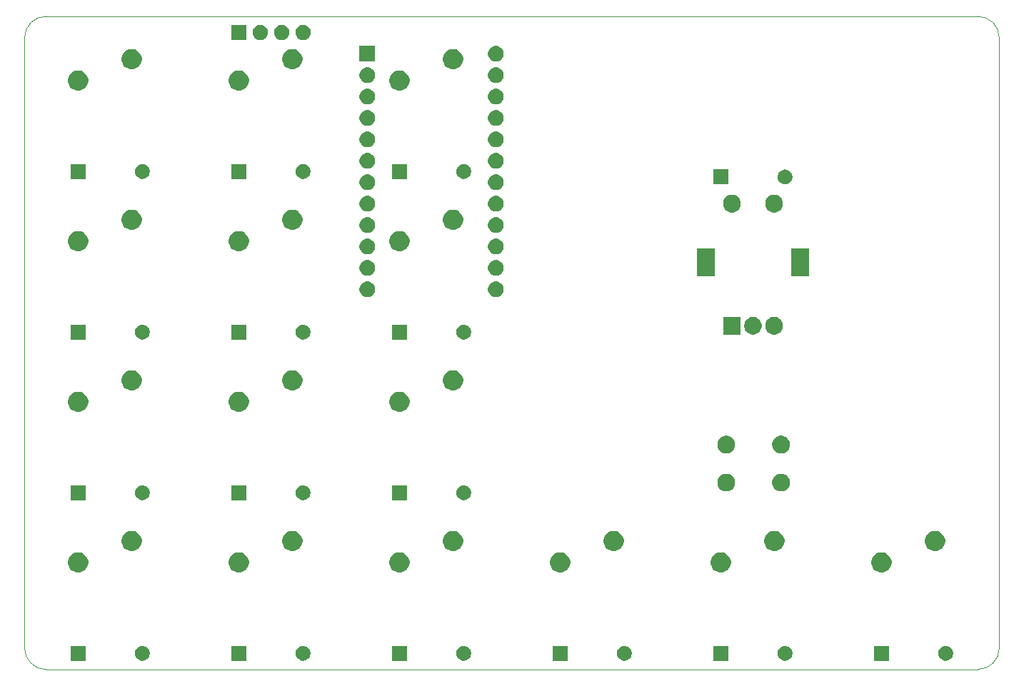
<source format=gbr>
G04 #@! TF.GenerationSoftware,KiCad,Pcbnew,(5.1.5)-3*
G04 #@! TF.CreationDate,2020-09-11T01:00:18+03:00*
G04 #@! TF.ProjectId,taro,7461726f-2e6b-4696-9361-645f70636258,rev?*
G04 #@! TF.SameCoordinates,Original*
G04 #@! TF.FileFunction,Soldermask,Top*
G04 #@! TF.FilePolarity,Negative*
%FSLAX46Y46*%
G04 Gerber Fmt 4.6, Leading zero omitted, Abs format (unit mm)*
G04 Created by KiCad (PCBNEW (5.1.5)-3) date 2020-09-11 01:00:18*
%MOMM*%
%LPD*%
G04 APERTURE LIST*
%ADD10C,0.050000*%
%ADD11C,0.100000*%
G04 APERTURE END LIST*
D10*
X46355000Y-140335000D02*
X156845000Y-140335000D01*
X43815000Y-65405000D02*
X43815000Y-137795000D01*
X156845000Y-62865000D02*
X46355000Y-62865000D01*
X159385000Y-137795000D02*
X159385000Y-65405000D01*
X159385000Y-137795000D02*
G75*
G02X156845000Y-140335000I-2540000J0D01*
G01*
X46355000Y-140335000D02*
G75*
G02X43815000Y-137795000I0J2540000D01*
G01*
X43815000Y-65405000D02*
G75*
G02X46355000Y-62865000I2540000J0D01*
G01*
X156845000Y-62865000D02*
G75*
G02X159385000Y-65405000I0J-2540000D01*
G01*
D11*
G36*
X153205997Y-137570342D02*
G01*
X153290666Y-137587183D01*
X153356738Y-137614551D01*
X153450177Y-137653255D01*
X153593736Y-137749178D01*
X153715822Y-137871264D01*
X153811745Y-138014823D01*
X153877817Y-138174335D01*
X153911500Y-138343671D01*
X153911500Y-138516329D01*
X153877817Y-138685665D01*
X153811745Y-138845177D01*
X153715822Y-138988736D01*
X153593736Y-139110822D01*
X153450177Y-139206745D01*
X153356738Y-139245449D01*
X153290666Y-139272817D01*
X153205997Y-139289659D01*
X153121329Y-139306500D01*
X152948671Y-139306500D01*
X152864003Y-139289659D01*
X152779334Y-139272817D01*
X152713262Y-139245449D01*
X152619823Y-139206745D01*
X152476264Y-139110822D01*
X152354178Y-138988736D01*
X152258255Y-138845177D01*
X152192183Y-138685665D01*
X152158500Y-138516329D01*
X152158500Y-138343671D01*
X152192183Y-138174335D01*
X152258255Y-138014823D01*
X152354178Y-137871264D01*
X152476264Y-137749178D01*
X152619823Y-137653255D01*
X152713262Y-137614551D01*
X152779334Y-137587183D01*
X152864003Y-137570342D01*
X152948671Y-137553500D01*
X153121329Y-137553500D01*
X153205997Y-137570342D01*
G37*
G36*
X146291500Y-139306500D02*
G01*
X144538500Y-139306500D01*
X144538500Y-137553500D01*
X146291500Y-137553500D01*
X146291500Y-139306500D01*
G37*
G36*
X57955997Y-137570342D02*
G01*
X58040666Y-137587183D01*
X58106738Y-137614551D01*
X58200177Y-137653255D01*
X58343736Y-137749178D01*
X58465822Y-137871264D01*
X58561745Y-138014823D01*
X58627817Y-138174335D01*
X58661500Y-138343671D01*
X58661500Y-138516329D01*
X58627817Y-138685665D01*
X58561745Y-138845177D01*
X58465822Y-138988736D01*
X58343736Y-139110822D01*
X58200177Y-139206745D01*
X58106738Y-139245449D01*
X58040666Y-139272817D01*
X57955997Y-139289659D01*
X57871329Y-139306500D01*
X57698671Y-139306500D01*
X57614003Y-139289659D01*
X57529334Y-139272817D01*
X57463262Y-139245449D01*
X57369823Y-139206745D01*
X57226264Y-139110822D01*
X57104178Y-138988736D01*
X57008255Y-138845177D01*
X56942183Y-138685665D01*
X56908500Y-138516329D01*
X56908500Y-138343671D01*
X56942183Y-138174335D01*
X57008255Y-138014823D01*
X57104178Y-137871264D01*
X57226264Y-137749178D01*
X57369823Y-137653255D01*
X57463262Y-137614551D01*
X57529334Y-137587183D01*
X57614003Y-137570342D01*
X57698671Y-137553500D01*
X57871329Y-137553500D01*
X57955997Y-137570342D01*
G37*
G36*
X51041500Y-139306500D02*
G01*
X49288500Y-139306500D01*
X49288500Y-137553500D01*
X51041500Y-137553500D01*
X51041500Y-139306500D01*
G37*
G36*
X70091500Y-139306500D02*
G01*
X68338500Y-139306500D01*
X68338500Y-137553500D01*
X70091500Y-137553500D01*
X70091500Y-139306500D01*
G37*
G36*
X77005997Y-137570342D02*
G01*
X77090666Y-137587183D01*
X77156738Y-137614551D01*
X77250177Y-137653255D01*
X77393736Y-137749178D01*
X77515822Y-137871264D01*
X77611745Y-138014823D01*
X77677817Y-138174335D01*
X77711500Y-138343671D01*
X77711500Y-138516329D01*
X77677817Y-138685665D01*
X77611745Y-138845177D01*
X77515822Y-138988736D01*
X77393736Y-139110822D01*
X77250177Y-139206745D01*
X77156738Y-139245449D01*
X77090666Y-139272817D01*
X77005997Y-139289659D01*
X76921329Y-139306500D01*
X76748671Y-139306500D01*
X76664003Y-139289659D01*
X76579334Y-139272817D01*
X76513262Y-139245449D01*
X76419823Y-139206745D01*
X76276264Y-139110822D01*
X76154178Y-138988736D01*
X76058255Y-138845177D01*
X75992183Y-138685665D01*
X75958500Y-138516329D01*
X75958500Y-138343671D01*
X75992183Y-138174335D01*
X76058255Y-138014823D01*
X76154178Y-137871264D01*
X76276264Y-137749178D01*
X76419823Y-137653255D01*
X76513262Y-137614551D01*
X76579334Y-137587183D01*
X76664003Y-137570342D01*
X76748671Y-137553500D01*
X76921329Y-137553500D01*
X77005997Y-137570342D01*
G37*
G36*
X89141500Y-139306500D02*
G01*
X87388500Y-139306500D01*
X87388500Y-137553500D01*
X89141500Y-137553500D01*
X89141500Y-139306500D01*
G37*
G36*
X108191500Y-139306500D02*
G01*
X106438500Y-139306500D01*
X106438500Y-137553500D01*
X108191500Y-137553500D01*
X108191500Y-139306500D01*
G37*
G36*
X115105997Y-137570342D02*
G01*
X115190666Y-137587183D01*
X115256738Y-137614551D01*
X115350177Y-137653255D01*
X115493736Y-137749178D01*
X115615822Y-137871264D01*
X115711745Y-138014823D01*
X115777817Y-138174335D01*
X115811500Y-138343671D01*
X115811500Y-138516329D01*
X115777817Y-138685665D01*
X115711745Y-138845177D01*
X115615822Y-138988736D01*
X115493736Y-139110822D01*
X115350177Y-139206745D01*
X115256738Y-139245449D01*
X115190666Y-139272817D01*
X115105997Y-139289659D01*
X115021329Y-139306500D01*
X114848671Y-139306500D01*
X114764003Y-139289659D01*
X114679334Y-139272817D01*
X114613262Y-139245449D01*
X114519823Y-139206745D01*
X114376264Y-139110822D01*
X114254178Y-138988736D01*
X114158255Y-138845177D01*
X114092183Y-138685665D01*
X114058500Y-138516329D01*
X114058500Y-138343671D01*
X114092183Y-138174335D01*
X114158255Y-138014823D01*
X114254178Y-137871264D01*
X114376264Y-137749178D01*
X114519823Y-137653255D01*
X114613262Y-137614551D01*
X114679334Y-137587183D01*
X114764003Y-137570342D01*
X114848671Y-137553500D01*
X115021329Y-137553500D01*
X115105997Y-137570342D01*
G37*
G36*
X127241500Y-139306500D02*
G01*
X125488500Y-139306500D01*
X125488500Y-137553500D01*
X127241500Y-137553500D01*
X127241500Y-139306500D01*
G37*
G36*
X134155997Y-137570342D02*
G01*
X134240666Y-137587183D01*
X134306738Y-137614551D01*
X134400177Y-137653255D01*
X134543736Y-137749178D01*
X134665822Y-137871264D01*
X134761745Y-138014823D01*
X134827817Y-138174335D01*
X134861500Y-138343671D01*
X134861500Y-138516329D01*
X134827817Y-138685665D01*
X134761745Y-138845177D01*
X134665822Y-138988736D01*
X134543736Y-139110822D01*
X134400177Y-139206745D01*
X134306738Y-139245449D01*
X134240666Y-139272817D01*
X134155997Y-139289659D01*
X134071329Y-139306500D01*
X133898671Y-139306500D01*
X133814003Y-139289659D01*
X133729334Y-139272817D01*
X133663262Y-139245449D01*
X133569823Y-139206745D01*
X133426264Y-139110822D01*
X133304178Y-138988736D01*
X133208255Y-138845177D01*
X133142183Y-138685665D01*
X133108500Y-138516329D01*
X133108500Y-138343671D01*
X133142183Y-138174335D01*
X133208255Y-138014823D01*
X133304178Y-137871264D01*
X133426264Y-137749178D01*
X133569823Y-137653255D01*
X133663262Y-137614551D01*
X133729334Y-137587183D01*
X133814003Y-137570342D01*
X133898671Y-137553500D01*
X134071329Y-137553500D01*
X134155997Y-137570342D01*
G37*
G36*
X96055997Y-137570342D02*
G01*
X96140666Y-137587183D01*
X96206738Y-137614551D01*
X96300177Y-137653255D01*
X96443736Y-137749178D01*
X96565822Y-137871264D01*
X96661745Y-138014823D01*
X96727817Y-138174335D01*
X96761500Y-138343671D01*
X96761500Y-138516329D01*
X96727817Y-138685665D01*
X96661745Y-138845177D01*
X96565822Y-138988736D01*
X96443736Y-139110822D01*
X96300177Y-139206745D01*
X96206738Y-139245449D01*
X96140666Y-139272817D01*
X96055997Y-139289659D01*
X95971329Y-139306500D01*
X95798671Y-139306500D01*
X95714003Y-139289659D01*
X95629334Y-139272817D01*
X95563262Y-139245449D01*
X95469823Y-139206745D01*
X95326264Y-139110822D01*
X95204178Y-138988736D01*
X95108255Y-138845177D01*
X95042183Y-138685665D01*
X95008500Y-138516329D01*
X95008500Y-138343671D01*
X95042183Y-138174335D01*
X95108255Y-138014823D01*
X95204178Y-137871264D01*
X95326264Y-137749178D01*
X95469823Y-137653255D01*
X95563262Y-137614551D01*
X95629334Y-137587183D01*
X95714003Y-137570342D01*
X95798671Y-137553500D01*
X95971329Y-137553500D01*
X96055997Y-137570342D01*
G37*
G36*
X50513276Y-126486884D02*
G01*
X50730569Y-126576890D01*
X50730571Y-126576891D01*
X50926130Y-126707560D01*
X51092440Y-126873870D01*
X51223110Y-127069431D01*
X51313116Y-127286724D01*
X51359000Y-127517400D01*
X51359000Y-127752600D01*
X51313116Y-127983276D01*
X51223110Y-128200569D01*
X51223109Y-128200571D01*
X51092440Y-128396130D01*
X50926130Y-128562440D01*
X50730571Y-128693109D01*
X50730570Y-128693110D01*
X50730569Y-128693110D01*
X50513276Y-128783116D01*
X50282600Y-128829000D01*
X50047400Y-128829000D01*
X49816724Y-128783116D01*
X49599431Y-128693110D01*
X49599430Y-128693110D01*
X49599429Y-128693109D01*
X49403870Y-128562440D01*
X49237560Y-128396130D01*
X49106891Y-128200571D01*
X49106890Y-128200569D01*
X49016884Y-127983276D01*
X48971000Y-127752600D01*
X48971000Y-127517400D01*
X49016884Y-127286724D01*
X49106890Y-127069431D01*
X49237560Y-126873870D01*
X49403870Y-126707560D01*
X49599429Y-126576891D01*
X49599431Y-126576890D01*
X49816724Y-126486884D01*
X50047400Y-126441000D01*
X50282600Y-126441000D01*
X50513276Y-126486884D01*
G37*
G36*
X88613276Y-126486884D02*
G01*
X88830569Y-126576890D01*
X88830571Y-126576891D01*
X89026130Y-126707560D01*
X89192440Y-126873870D01*
X89323110Y-127069431D01*
X89413116Y-127286724D01*
X89459000Y-127517400D01*
X89459000Y-127752600D01*
X89413116Y-127983276D01*
X89323110Y-128200569D01*
X89323109Y-128200571D01*
X89192440Y-128396130D01*
X89026130Y-128562440D01*
X88830571Y-128693109D01*
X88830570Y-128693110D01*
X88830569Y-128693110D01*
X88613276Y-128783116D01*
X88382600Y-128829000D01*
X88147400Y-128829000D01*
X87916724Y-128783116D01*
X87699431Y-128693110D01*
X87699430Y-128693110D01*
X87699429Y-128693109D01*
X87503870Y-128562440D01*
X87337560Y-128396130D01*
X87206891Y-128200571D01*
X87206890Y-128200569D01*
X87116884Y-127983276D01*
X87071000Y-127752600D01*
X87071000Y-127517400D01*
X87116884Y-127286724D01*
X87206890Y-127069431D01*
X87337560Y-126873870D01*
X87503870Y-126707560D01*
X87699429Y-126576891D01*
X87699431Y-126576890D01*
X87916724Y-126486884D01*
X88147400Y-126441000D01*
X88382600Y-126441000D01*
X88613276Y-126486884D01*
G37*
G36*
X107663276Y-126486884D02*
G01*
X107880569Y-126576890D01*
X107880571Y-126576891D01*
X108076130Y-126707560D01*
X108242440Y-126873870D01*
X108373110Y-127069431D01*
X108463116Y-127286724D01*
X108509000Y-127517400D01*
X108509000Y-127752600D01*
X108463116Y-127983276D01*
X108373110Y-128200569D01*
X108373109Y-128200571D01*
X108242440Y-128396130D01*
X108076130Y-128562440D01*
X107880571Y-128693109D01*
X107880570Y-128693110D01*
X107880569Y-128693110D01*
X107663276Y-128783116D01*
X107432600Y-128829000D01*
X107197400Y-128829000D01*
X106966724Y-128783116D01*
X106749431Y-128693110D01*
X106749430Y-128693110D01*
X106749429Y-128693109D01*
X106553870Y-128562440D01*
X106387560Y-128396130D01*
X106256891Y-128200571D01*
X106256890Y-128200569D01*
X106166884Y-127983276D01*
X106121000Y-127752600D01*
X106121000Y-127517400D01*
X106166884Y-127286724D01*
X106256890Y-127069431D01*
X106387560Y-126873870D01*
X106553870Y-126707560D01*
X106749429Y-126576891D01*
X106749431Y-126576890D01*
X106966724Y-126486884D01*
X107197400Y-126441000D01*
X107432600Y-126441000D01*
X107663276Y-126486884D01*
G37*
G36*
X126713276Y-126486884D02*
G01*
X126930569Y-126576890D01*
X126930571Y-126576891D01*
X127126130Y-126707560D01*
X127292440Y-126873870D01*
X127423110Y-127069431D01*
X127513116Y-127286724D01*
X127559000Y-127517400D01*
X127559000Y-127752600D01*
X127513116Y-127983276D01*
X127423110Y-128200569D01*
X127423109Y-128200571D01*
X127292440Y-128396130D01*
X127126130Y-128562440D01*
X126930571Y-128693109D01*
X126930570Y-128693110D01*
X126930569Y-128693110D01*
X126713276Y-128783116D01*
X126482600Y-128829000D01*
X126247400Y-128829000D01*
X126016724Y-128783116D01*
X125799431Y-128693110D01*
X125799430Y-128693110D01*
X125799429Y-128693109D01*
X125603870Y-128562440D01*
X125437560Y-128396130D01*
X125306891Y-128200571D01*
X125306890Y-128200569D01*
X125216884Y-127983276D01*
X125171000Y-127752600D01*
X125171000Y-127517400D01*
X125216884Y-127286724D01*
X125306890Y-127069431D01*
X125437560Y-126873870D01*
X125603870Y-126707560D01*
X125799429Y-126576891D01*
X125799431Y-126576890D01*
X126016724Y-126486884D01*
X126247400Y-126441000D01*
X126482600Y-126441000D01*
X126713276Y-126486884D01*
G37*
G36*
X145763276Y-126486884D02*
G01*
X145980569Y-126576890D01*
X145980571Y-126576891D01*
X146176130Y-126707560D01*
X146342440Y-126873870D01*
X146473110Y-127069431D01*
X146563116Y-127286724D01*
X146609000Y-127517400D01*
X146609000Y-127752600D01*
X146563116Y-127983276D01*
X146473110Y-128200569D01*
X146473109Y-128200571D01*
X146342440Y-128396130D01*
X146176130Y-128562440D01*
X145980571Y-128693109D01*
X145980570Y-128693110D01*
X145980569Y-128693110D01*
X145763276Y-128783116D01*
X145532600Y-128829000D01*
X145297400Y-128829000D01*
X145066724Y-128783116D01*
X144849431Y-128693110D01*
X144849430Y-128693110D01*
X144849429Y-128693109D01*
X144653870Y-128562440D01*
X144487560Y-128396130D01*
X144356891Y-128200571D01*
X144356890Y-128200569D01*
X144266884Y-127983276D01*
X144221000Y-127752600D01*
X144221000Y-127517400D01*
X144266884Y-127286724D01*
X144356890Y-127069431D01*
X144487560Y-126873870D01*
X144653870Y-126707560D01*
X144849429Y-126576891D01*
X144849431Y-126576890D01*
X145066724Y-126486884D01*
X145297400Y-126441000D01*
X145532600Y-126441000D01*
X145763276Y-126486884D01*
G37*
G36*
X69563276Y-126486884D02*
G01*
X69780569Y-126576890D01*
X69780571Y-126576891D01*
X69976130Y-126707560D01*
X70142440Y-126873870D01*
X70273110Y-127069431D01*
X70363116Y-127286724D01*
X70409000Y-127517400D01*
X70409000Y-127752600D01*
X70363116Y-127983276D01*
X70273110Y-128200569D01*
X70273109Y-128200571D01*
X70142440Y-128396130D01*
X69976130Y-128562440D01*
X69780571Y-128693109D01*
X69780570Y-128693110D01*
X69780569Y-128693110D01*
X69563276Y-128783116D01*
X69332600Y-128829000D01*
X69097400Y-128829000D01*
X68866724Y-128783116D01*
X68649431Y-128693110D01*
X68649430Y-128693110D01*
X68649429Y-128693109D01*
X68453870Y-128562440D01*
X68287560Y-128396130D01*
X68156891Y-128200571D01*
X68156890Y-128200569D01*
X68066884Y-127983276D01*
X68021000Y-127752600D01*
X68021000Y-127517400D01*
X68066884Y-127286724D01*
X68156890Y-127069431D01*
X68287560Y-126873870D01*
X68453870Y-126707560D01*
X68649429Y-126576891D01*
X68649431Y-126576890D01*
X68866724Y-126486884D01*
X69097400Y-126441000D01*
X69332600Y-126441000D01*
X69563276Y-126486884D01*
G37*
G36*
X94963276Y-123946884D02*
G01*
X95180569Y-124036890D01*
X95180571Y-124036891D01*
X95376130Y-124167560D01*
X95542440Y-124333870D01*
X95673110Y-124529431D01*
X95763116Y-124746724D01*
X95809000Y-124977400D01*
X95809000Y-125212600D01*
X95763116Y-125443276D01*
X95673110Y-125660569D01*
X95673109Y-125660571D01*
X95542440Y-125856130D01*
X95376130Y-126022440D01*
X95180571Y-126153109D01*
X95180570Y-126153110D01*
X95180569Y-126153110D01*
X94963276Y-126243116D01*
X94732600Y-126289000D01*
X94497400Y-126289000D01*
X94266724Y-126243116D01*
X94049431Y-126153110D01*
X94049430Y-126153110D01*
X94049429Y-126153109D01*
X93853870Y-126022440D01*
X93687560Y-125856130D01*
X93556891Y-125660571D01*
X93556890Y-125660569D01*
X93466884Y-125443276D01*
X93421000Y-125212600D01*
X93421000Y-124977400D01*
X93466884Y-124746724D01*
X93556890Y-124529431D01*
X93687560Y-124333870D01*
X93853870Y-124167560D01*
X94049429Y-124036891D01*
X94049431Y-124036890D01*
X94266724Y-123946884D01*
X94497400Y-123901000D01*
X94732600Y-123901000D01*
X94963276Y-123946884D01*
G37*
G36*
X152113276Y-123946884D02*
G01*
X152330569Y-124036890D01*
X152330571Y-124036891D01*
X152526130Y-124167560D01*
X152692440Y-124333870D01*
X152823110Y-124529431D01*
X152913116Y-124746724D01*
X152959000Y-124977400D01*
X152959000Y-125212600D01*
X152913116Y-125443276D01*
X152823110Y-125660569D01*
X152823109Y-125660571D01*
X152692440Y-125856130D01*
X152526130Y-126022440D01*
X152330571Y-126153109D01*
X152330570Y-126153110D01*
X152330569Y-126153110D01*
X152113276Y-126243116D01*
X151882600Y-126289000D01*
X151647400Y-126289000D01*
X151416724Y-126243116D01*
X151199431Y-126153110D01*
X151199430Y-126153110D01*
X151199429Y-126153109D01*
X151003870Y-126022440D01*
X150837560Y-125856130D01*
X150706891Y-125660571D01*
X150706890Y-125660569D01*
X150616884Y-125443276D01*
X150571000Y-125212600D01*
X150571000Y-124977400D01*
X150616884Y-124746724D01*
X150706890Y-124529431D01*
X150837560Y-124333870D01*
X151003870Y-124167560D01*
X151199429Y-124036891D01*
X151199431Y-124036890D01*
X151416724Y-123946884D01*
X151647400Y-123901000D01*
X151882600Y-123901000D01*
X152113276Y-123946884D01*
G37*
G36*
X133063276Y-123946884D02*
G01*
X133280569Y-124036890D01*
X133280571Y-124036891D01*
X133476130Y-124167560D01*
X133642440Y-124333870D01*
X133773110Y-124529431D01*
X133863116Y-124746724D01*
X133909000Y-124977400D01*
X133909000Y-125212600D01*
X133863116Y-125443276D01*
X133773110Y-125660569D01*
X133773109Y-125660571D01*
X133642440Y-125856130D01*
X133476130Y-126022440D01*
X133280571Y-126153109D01*
X133280570Y-126153110D01*
X133280569Y-126153110D01*
X133063276Y-126243116D01*
X132832600Y-126289000D01*
X132597400Y-126289000D01*
X132366724Y-126243116D01*
X132149431Y-126153110D01*
X132149430Y-126153110D01*
X132149429Y-126153109D01*
X131953870Y-126022440D01*
X131787560Y-125856130D01*
X131656891Y-125660571D01*
X131656890Y-125660569D01*
X131566884Y-125443276D01*
X131521000Y-125212600D01*
X131521000Y-124977400D01*
X131566884Y-124746724D01*
X131656890Y-124529431D01*
X131787560Y-124333870D01*
X131953870Y-124167560D01*
X132149429Y-124036891D01*
X132149431Y-124036890D01*
X132366724Y-123946884D01*
X132597400Y-123901000D01*
X132832600Y-123901000D01*
X133063276Y-123946884D01*
G37*
G36*
X114013276Y-123946884D02*
G01*
X114230569Y-124036890D01*
X114230571Y-124036891D01*
X114426130Y-124167560D01*
X114592440Y-124333870D01*
X114723110Y-124529431D01*
X114813116Y-124746724D01*
X114859000Y-124977400D01*
X114859000Y-125212600D01*
X114813116Y-125443276D01*
X114723110Y-125660569D01*
X114723109Y-125660571D01*
X114592440Y-125856130D01*
X114426130Y-126022440D01*
X114230571Y-126153109D01*
X114230570Y-126153110D01*
X114230569Y-126153110D01*
X114013276Y-126243116D01*
X113782600Y-126289000D01*
X113547400Y-126289000D01*
X113316724Y-126243116D01*
X113099431Y-126153110D01*
X113099430Y-126153110D01*
X113099429Y-126153109D01*
X112903870Y-126022440D01*
X112737560Y-125856130D01*
X112606891Y-125660571D01*
X112606890Y-125660569D01*
X112516884Y-125443276D01*
X112471000Y-125212600D01*
X112471000Y-124977400D01*
X112516884Y-124746724D01*
X112606890Y-124529431D01*
X112737560Y-124333870D01*
X112903870Y-124167560D01*
X113099429Y-124036891D01*
X113099431Y-124036890D01*
X113316724Y-123946884D01*
X113547400Y-123901000D01*
X113782600Y-123901000D01*
X114013276Y-123946884D01*
G37*
G36*
X75913276Y-123946884D02*
G01*
X76130569Y-124036890D01*
X76130571Y-124036891D01*
X76326130Y-124167560D01*
X76492440Y-124333870D01*
X76623110Y-124529431D01*
X76713116Y-124746724D01*
X76759000Y-124977400D01*
X76759000Y-125212600D01*
X76713116Y-125443276D01*
X76623110Y-125660569D01*
X76623109Y-125660571D01*
X76492440Y-125856130D01*
X76326130Y-126022440D01*
X76130571Y-126153109D01*
X76130570Y-126153110D01*
X76130569Y-126153110D01*
X75913276Y-126243116D01*
X75682600Y-126289000D01*
X75447400Y-126289000D01*
X75216724Y-126243116D01*
X74999431Y-126153110D01*
X74999430Y-126153110D01*
X74999429Y-126153109D01*
X74803870Y-126022440D01*
X74637560Y-125856130D01*
X74506891Y-125660571D01*
X74506890Y-125660569D01*
X74416884Y-125443276D01*
X74371000Y-125212600D01*
X74371000Y-124977400D01*
X74416884Y-124746724D01*
X74506890Y-124529431D01*
X74637560Y-124333870D01*
X74803870Y-124167560D01*
X74999429Y-124036891D01*
X74999431Y-124036890D01*
X75216724Y-123946884D01*
X75447400Y-123901000D01*
X75682600Y-123901000D01*
X75913276Y-123946884D01*
G37*
G36*
X56863276Y-123946884D02*
G01*
X57080569Y-124036890D01*
X57080571Y-124036891D01*
X57276130Y-124167560D01*
X57442440Y-124333870D01*
X57573110Y-124529431D01*
X57663116Y-124746724D01*
X57709000Y-124977400D01*
X57709000Y-125212600D01*
X57663116Y-125443276D01*
X57573110Y-125660569D01*
X57573109Y-125660571D01*
X57442440Y-125856130D01*
X57276130Y-126022440D01*
X57080571Y-126153109D01*
X57080570Y-126153110D01*
X57080569Y-126153110D01*
X56863276Y-126243116D01*
X56632600Y-126289000D01*
X56397400Y-126289000D01*
X56166724Y-126243116D01*
X55949431Y-126153110D01*
X55949430Y-126153110D01*
X55949429Y-126153109D01*
X55753870Y-126022440D01*
X55587560Y-125856130D01*
X55456891Y-125660571D01*
X55456890Y-125660569D01*
X55366884Y-125443276D01*
X55321000Y-125212600D01*
X55321000Y-124977400D01*
X55366884Y-124746724D01*
X55456890Y-124529431D01*
X55587560Y-124333870D01*
X55753870Y-124167560D01*
X55949429Y-124036891D01*
X55949431Y-124036890D01*
X56166724Y-123946884D01*
X56397400Y-123901000D01*
X56632600Y-123901000D01*
X56863276Y-123946884D01*
G37*
G36*
X51041500Y-120256500D02*
G01*
X49288500Y-120256500D01*
X49288500Y-118503500D01*
X51041500Y-118503500D01*
X51041500Y-120256500D01*
G37*
G36*
X77005997Y-118520342D02*
G01*
X77090666Y-118537183D01*
X77156738Y-118564551D01*
X77250177Y-118603255D01*
X77393736Y-118699178D01*
X77515822Y-118821264D01*
X77611745Y-118964823D01*
X77650449Y-119058262D01*
X77677817Y-119124334D01*
X77694659Y-119209003D01*
X77711500Y-119293671D01*
X77711500Y-119466329D01*
X77677817Y-119635665D01*
X77611745Y-119795177D01*
X77515822Y-119938736D01*
X77393736Y-120060822D01*
X77250177Y-120156745D01*
X77156738Y-120195449D01*
X77090666Y-120222817D01*
X77005997Y-120239659D01*
X76921329Y-120256500D01*
X76748671Y-120256500D01*
X76664003Y-120239659D01*
X76579334Y-120222817D01*
X76513262Y-120195449D01*
X76419823Y-120156745D01*
X76276264Y-120060822D01*
X76154178Y-119938736D01*
X76058255Y-119795177D01*
X75992183Y-119635665D01*
X75958500Y-119466329D01*
X75958500Y-119293671D01*
X75975341Y-119209003D01*
X75992183Y-119124334D01*
X76019551Y-119058262D01*
X76058255Y-118964823D01*
X76154178Y-118821264D01*
X76276264Y-118699178D01*
X76419823Y-118603255D01*
X76513262Y-118564551D01*
X76579334Y-118537183D01*
X76664003Y-118520342D01*
X76748671Y-118503500D01*
X76921329Y-118503500D01*
X77005997Y-118520342D01*
G37*
G36*
X70091500Y-120256500D02*
G01*
X68338500Y-120256500D01*
X68338500Y-118503500D01*
X70091500Y-118503500D01*
X70091500Y-120256500D01*
G37*
G36*
X57955997Y-118520342D02*
G01*
X58040666Y-118537183D01*
X58106738Y-118564551D01*
X58200177Y-118603255D01*
X58343736Y-118699178D01*
X58465822Y-118821264D01*
X58561745Y-118964823D01*
X58600449Y-119058262D01*
X58627817Y-119124334D01*
X58644659Y-119209003D01*
X58661500Y-119293671D01*
X58661500Y-119466329D01*
X58627817Y-119635665D01*
X58561745Y-119795177D01*
X58465822Y-119938736D01*
X58343736Y-120060822D01*
X58200177Y-120156745D01*
X58106738Y-120195449D01*
X58040666Y-120222817D01*
X57955997Y-120239659D01*
X57871329Y-120256500D01*
X57698671Y-120256500D01*
X57614003Y-120239659D01*
X57529334Y-120222817D01*
X57463262Y-120195449D01*
X57369823Y-120156745D01*
X57226264Y-120060822D01*
X57104178Y-119938736D01*
X57008255Y-119795177D01*
X56942183Y-119635665D01*
X56908500Y-119466329D01*
X56908500Y-119293671D01*
X56925341Y-119209003D01*
X56942183Y-119124334D01*
X56969551Y-119058262D01*
X57008255Y-118964823D01*
X57104178Y-118821264D01*
X57226264Y-118699178D01*
X57369823Y-118603255D01*
X57463262Y-118564551D01*
X57529334Y-118537183D01*
X57614003Y-118520342D01*
X57698671Y-118503500D01*
X57871329Y-118503500D01*
X57955997Y-118520342D01*
G37*
G36*
X96055997Y-118520342D02*
G01*
X96140666Y-118537183D01*
X96206738Y-118564551D01*
X96300177Y-118603255D01*
X96443736Y-118699178D01*
X96565822Y-118821264D01*
X96661745Y-118964823D01*
X96700449Y-119058262D01*
X96727817Y-119124334D01*
X96744659Y-119209003D01*
X96761500Y-119293671D01*
X96761500Y-119466329D01*
X96727817Y-119635665D01*
X96661745Y-119795177D01*
X96565822Y-119938736D01*
X96443736Y-120060822D01*
X96300177Y-120156745D01*
X96206738Y-120195449D01*
X96140666Y-120222817D01*
X96055997Y-120239659D01*
X95971329Y-120256500D01*
X95798671Y-120256500D01*
X95714003Y-120239659D01*
X95629334Y-120222817D01*
X95563262Y-120195449D01*
X95469823Y-120156745D01*
X95326264Y-120060822D01*
X95204178Y-119938736D01*
X95108255Y-119795177D01*
X95042183Y-119635665D01*
X95008500Y-119466329D01*
X95008500Y-119293671D01*
X95025341Y-119209003D01*
X95042183Y-119124334D01*
X95069551Y-119058262D01*
X95108255Y-118964823D01*
X95204178Y-118821264D01*
X95326264Y-118699178D01*
X95469823Y-118603255D01*
X95563262Y-118564551D01*
X95629334Y-118537183D01*
X95714003Y-118520342D01*
X95798671Y-118503500D01*
X95971329Y-118503500D01*
X96055997Y-118520342D01*
G37*
G36*
X89141500Y-120256500D02*
G01*
X87388500Y-120256500D01*
X87388500Y-118503500D01*
X89141500Y-118503500D01*
X89141500Y-120256500D01*
G37*
G36*
X127306564Y-117154389D02*
G01*
X127497833Y-117233615D01*
X127497835Y-117233616D01*
X127669973Y-117348635D01*
X127816365Y-117495027D01*
X127931385Y-117667167D01*
X128010611Y-117858436D01*
X128051000Y-118061484D01*
X128051000Y-118268516D01*
X128010611Y-118471564D01*
X127931385Y-118662833D01*
X127931384Y-118662835D01*
X127816365Y-118834973D01*
X127669973Y-118981365D01*
X127497835Y-119096384D01*
X127497834Y-119096385D01*
X127497833Y-119096385D01*
X127306564Y-119175611D01*
X127103516Y-119216000D01*
X126896484Y-119216000D01*
X126693436Y-119175611D01*
X126502167Y-119096385D01*
X126502166Y-119096385D01*
X126502165Y-119096384D01*
X126330027Y-118981365D01*
X126183635Y-118834973D01*
X126068616Y-118662835D01*
X126068615Y-118662833D01*
X125989389Y-118471564D01*
X125949000Y-118268516D01*
X125949000Y-118061484D01*
X125989389Y-117858436D01*
X126068615Y-117667167D01*
X126183635Y-117495027D01*
X126330027Y-117348635D01*
X126502165Y-117233616D01*
X126502167Y-117233615D01*
X126693436Y-117154389D01*
X126896484Y-117114000D01*
X127103516Y-117114000D01*
X127306564Y-117154389D01*
G37*
G36*
X133806564Y-117154389D02*
G01*
X133997833Y-117233615D01*
X133997835Y-117233616D01*
X134169973Y-117348635D01*
X134316365Y-117495027D01*
X134431385Y-117667167D01*
X134510611Y-117858436D01*
X134551000Y-118061484D01*
X134551000Y-118268516D01*
X134510611Y-118471564D01*
X134431385Y-118662833D01*
X134431384Y-118662835D01*
X134316365Y-118834973D01*
X134169973Y-118981365D01*
X133997835Y-119096384D01*
X133997834Y-119096385D01*
X133997833Y-119096385D01*
X133806564Y-119175611D01*
X133603516Y-119216000D01*
X133396484Y-119216000D01*
X133193436Y-119175611D01*
X133002167Y-119096385D01*
X133002166Y-119096385D01*
X133002165Y-119096384D01*
X132830027Y-118981365D01*
X132683635Y-118834973D01*
X132568616Y-118662835D01*
X132568615Y-118662833D01*
X132489389Y-118471564D01*
X132449000Y-118268516D01*
X132449000Y-118061484D01*
X132489389Y-117858436D01*
X132568615Y-117667167D01*
X132683635Y-117495027D01*
X132830027Y-117348635D01*
X133002165Y-117233616D01*
X133002167Y-117233615D01*
X133193436Y-117154389D01*
X133396484Y-117114000D01*
X133603516Y-117114000D01*
X133806564Y-117154389D01*
G37*
G36*
X133806564Y-112654389D02*
G01*
X133997833Y-112733615D01*
X133997835Y-112733616D01*
X134169973Y-112848635D01*
X134316365Y-112995027D01*
X134431385Y-113167167D01*
X134510611Y-113358436D01*
X134551000Y-113561484D01*
X134551000Y-113768516D01*
X134510611Y-113971564D01*
X134431385Y-114162833D01*
X134431384Y-114162835D01*
X134316365Y-114334973D01*
X134169973Y-114481365D01*
X133997835Y-114596384D01*
X133997834Y-114596385D01*
X133997833Y-114596385D01*
X133806564Y-114675611D01*
X133603516Y-114716000D01*
X133396484Y-114716000D01*
X133193436Y-114675611D01*
X133002167Y-114596385D01*
X133002166Y-114596385D01*
X133002165Y-114596384D01*
X132830027Y-114481365D01*
X132683635Y-114334973D01*
X132568616Y-114162835D01*
X132568615Y-114162833D01*
X132489389Y-113971564D01*
X132449000Y-113768516D01*
X132449000Y-113561484D01*
X132489389Y-113358436D01*
X132568615Y-113167167D01*
X132683635Y-112995027D01*
X132830027Y-112848635D01*
X133002165Y-112733616D01*
X133002167Y-112733615D01*
X133193436Y-112654389D01*
X133396484Y-112614000D01*
X133603516Y-112614000D01*
X133806564Y-112654389D01*
G37*
G36*
X127306564Y-112654389D02*
G01*
X127497833Y-112733615D01*
X127497835Y-112733616D01*
X127669973Y-112848635D01*
X127816365Y-112995027D01*
X127931385Y-113167167D01*
X128010611Y-113358436D01*
X128051000Y-113561484D01*
X128051000Y-113768516D01*
X128010611Y-113971564D01*
X127931385Y-114162833D01*
X127931384Y-114162835D01*
X127816365Y-114334973D01*
X127669973Y-114481365D01*
X127497835Y-114596384D01*
X127497834Y-114596385D01*
X127497833Y-114596385D01*
X127306564Y-114675611D01*
X127103516Y-114716000D01*
X126896484Y-114716000D01*
X126693436Y-114675611D01*
X126502167Y-114596385D01*
X126502166Y-114596385D01*
X126502165Y-114596384D01*
X126330027Y-114481365D01*
X126183635Y-114334973D01*
X126068616Y-114162835D01*
X126068615Y-114162833D01*
X125989389Y-113971564D01*
X125949000Y-113768516D01*
X125949000Y-113561484D01*
X125989389Y-113358436D01*
X126068615Y-113167167D01*
X126183635Y-112995027D01*
X126330027Y-112848635D01*
X126502165Y-112733616D01*
X126502167Y-112733615D01*
X126693436Y-112654389D01*
X126896484Y-112614000D01*
X127103516Y-112614000D01*
X127306564Y-112654389D01*
G37*
G36*
X50513276Y-107436884D02*
G01*
X50730569Y-107526890D01*
X50730571Y-107526891D01*
X50926130Y-107657560D01*
X51092440Y-107823870D01*
X51223110Y-108019431D01*
X51313116Y-108236724D01*
X51359000Y-108467400D01*
X51359000Y-108702600D01*
X51313116Y-108933276D01*
X51223110Y-109150569D01*
X51223109Y-109150571D01*
X51092440Y-109346130D01*
X50926130Y-109512440D01*
X50730571Y-109643109D01*
X50730570Y-109643110D01*
X50730569Y-109643110D01*
X50513276Y-109733116D01*
X50282600Y-109779000D01*
X50047400Y-109779000D01*
X49816724Y-109733116D01*
X49599431Y-109643110D01*
X49599430Y-109643110D01*
X49599429Y-109643109D01*
X49403870Y-109512440D01*
X49237560Y-109346130D01*
X49106891Y-109150571D01*
X49106890Y-109150569D01*
X49016884Y-108933276D01*
X48971000Y-108702600D01*
X48971000Y-108467400D01*
X49016884Y-108236724D01*
X49106890Y-108019431D01*
X49237560Y-107823870D01*
X49403870Y-107657560D01*
X49599429Y-107526891D01*
X49599431Y-107526890D01*
X49816724Y-107436884D01*
X50047400Y-107391000D01*
X50282600Y-107391000D01*
X50513276Y-107436884D01*
G37*
G36*
X88613276Y-107436884D02*
G01*
X88830569Y-107526890D01*
X88830571Y-107526891D01*
X89026130Y-107657560D01*
X89192440Y-107823870D01*
X89323110Y-108019431D01*
X89413116Y-108236724D01*
X89459000Y-108467400D01*
X89459000Y-108702600D01*
X89413116Y-108933276D01*
X89323110Y-109150569D01*
X89323109Y-109150571D01*
X89192440Y-109346130D01*
X89026130Y-109512440D01*
X88830571Y-109643109D01*
X88830570Y-109643110D01*
X88830569Y-109643110D01*
X88613276Y-109733116D01*
X88382600Y-109779000D01*
X88147400Y-109779000D01*
X87916724Y-109733116D01*
X87699431Y-109643110D01*
X87699430Y-109643110D01*
X87699429Y-109643109D01*
X87503870Y-109512440D01*
X87337560Y-109346130D01*
X87206891Y-109150571D01*
X87206890Y-109150569D01*
X87116884Y-108933276D01*
X87071000Y-108702600D01*
X87071000Y-108467400D01*
X87116884Y-108236724D01*
X87206890Y-108019431D01*
X87337560Y-107823870D01*
X87503870Y-107657560D01*
X87699429Y-107526891D01*
X87699431Y-107526890D01*
X87916724Y-107436884D01*
X88147400Y-107391000D01*
X88382600Y-107391000D01*
X88613276Y-107436884D01*
G37*
G36*
X69563276Y-107436884D02*
G01*
X69780569Y-107526890D01*
X69780571Y-107526891D01*
X69976130Y-107657560D01*
X70142440Y-107823870D01*
X70273110Y-108019431D01*
X70363116Y-108236724D01*
X70409000Y-108467400D01*
X70409000Y-108702600D01*
X70363116Y-108933276D01*
X70273110Y-109150569D01*
X70273109Y-109150571D01*
X70142440Y-109346130D01*
X69976130Y-109512440D01*
X69780571Y-109643109D01*
X69780570Y-109643110D01*
X69780569Y-109643110D01*
X69563276Y-109733116D01*
X69332600Y-109779000D01*
X69097400Y-109779000D01*
X68866724Y-109733116D01*
X68649431Y-109643110D01*
X68649430Y-109643110D01*
X68649429Y-109643109D01*
X68453870Y-109512440D01*
X68287560Y-109346130D01*
X68156891Y-109150571D01*
X68156890Y-109150569D01*
X68066884Y-108933276D01*
X68021000Y-108702600D01*
X68021000Y-108467400D01*
X68066884Y-108236724D01*
X68156890Y-108019431D01*
X68287560Y-107823870D01*
X68453870Y-107657560D01*
X68649429Y-107526891D01*
X68649431Y-107526890D01*
X68866724Y-107436884D01*
X69097400Y-107391000D01*
X69332600Y-107391000D01*
X69563276Y-107436884D01*
G37*
G36*
X94963276Y-104896884D02*
G01*
X95180569Y-104986890D01*
X95180571Y-104986891D01*
X95376130Y-105117560D01*
X95542440Y-105283870D01*
X95673110Y-105479431D01*
X95763116Y-105696724D01*
X95809000Y-105927400D01*
X95809000Y-106162600D01*
X95763116Y-106393276D01*
X95673110Y-106610569D01*
X95673109Y-106610571D01*
X95542440Y-106806130D01*
X95376130Y-106972440D01*
X95180571Y-107103109D01*
X95180570Y-107103110D01*
X95180569Y-107103110D01*
X94963276Y-107193116D01*
X94732600Y-107239000D01*
X94497400Y-107239000D01*
X94266724Y-107193116D01*
X94049431Y-107103110D01*
X94049430Y-107103110D01*
X94049429Y-107103109D01*
X93853870Y-106972440D01*
X93687560Y-106806130D01*
X93556891Y-106610571D01*
X93556890Y-106610569D01*
X93466884Y-106393276D01*
X93421000Y-106162600D01*
X93421000Y-105927400D01*
X93466884Y-105696724D01*
X93556890Y-105479431D01*
X93687560Y-105283870D01*
X93853870Y-105117560D01*
X94049429Y-104986891D01*
X94049431Y-104986890D01*
X94266724Y-104896884D01*
X94497400Y-104851000D01*
X94732600Y-104851000D01*
X94963276Y-104896884D01*
G37*
G36*
X75913276Y-104896884D02*
G01*
X76130569Y-104986890D01*
X76130571Y-104986891D01*
X76326130Y-105117560D01*
X76492440Y-105283870D01*
X76623110Y-105479431D01*
X76713116Y-105696724D01*
X76759000Y-105927400D01*
X76759000Y-106162600D01*
X76713116Y-106393276D01*
X76623110Y-106610569D01*
X76623109Y-106610571D01*
X76492440Y-106806130D01*
X76326130Y-106972440D01*
X76130571Y-107103109D01*
X76130570Y-107103110D01*
X76130569Y-107103110D01*
X75913276Y-107193116D01*
X75682600Y-107239000D01*
X75447400Y-107239000D01*
X75216724Y-107193116D01*
X74999431Y-107103110D01*
X74999430Y-107103110D01*
X74999429Y-107103109D01*
X74803870Y-106972440D01*
X74637560Y-106806130D01*
X74506891Y-106610571D01*
X74506890Y-106610569D01*
X74416884Y-106393276D01*
X74371000Y-106162600D01*
X74371000Y-105927400D01*
X74416884Y-105696724D01*
X74506890Y-105479431D01*
X74637560Y-105283870D01*
X74803870Y-105117560D01*
X74999429Y-104986891D01*
X74999431Y-104986890D01*
X75216724Y-104896884D01*
X75447400Y-104851000D01*
X75682600Y-104851000D01*
X75913276Y-104896884D01*
G37*
G36*
X56863276Y-104896884D02*
G01*
X57080569Y-104986890D01*
X57080571Y-104986891D01*
X57276130Y-105117560D01*
X57442440Y-105283870D01*
X57573110Y-105479431D01*
X57663116Y-105696724D01*
X57709000Y-105927400D01*
X57709000Y-106162600D01*
X57663116Y-106393276D01*
X57573110Y-106610569D01*
X57573109Y-106610571D01*
X57442440Y-106806130D01*
X57276130Y-106972440D01*
X57080571Y-107103109D01*
X57080570Y-107103110D01*
X57080569Y-107103110D01*
X56863276Y-107193116D01*
X56632600Y-107239000D01*
X56397400Y-107239000D01*
X56166724Y-107193116D01*
X55949431Y-107103110D01*
X55949430Y-107103110D01*
X55949429Y-107103109D01*
X55753870Y-106972440D01*
X55587560Y-106806130D01*
X55456891Y-106610571D01*
X55456890Y-106610569D01*
X55366884Y-106393276D01*
X55321000Y-106162600D01*
X55321000Y-105927400D01*
X55366884Y-105696724D01*
X55456890Y-105479431D01*
X55587560Y-105283870D01*
X55753870Y-105117560D01*
X55949429Y-104986891D01*
X55949431Y-104986890D01*
X56166724Y-104896884D01*
X56397400Y-104851000D01*
X56632600Y-104851000D01*
X56863276Y-104896884D01*
G37*
G36*
X96055997Y-99470342D02*
G01*
X96140666Y-99487183D01*
X96206738Y-99514551D01*
X96300177Y-99553255D01*
X96443736Y-99649178D01*
X96565822Y-99771264D01*
X96661745Y-99914823D01*
X96727817Y-100074335D01*
X96761500Y-100243671D01*
X96761500Y-100416329D01*
X96727817Y-100585665D01*
X96661745Y-100745177D01*
X96565822Y-100888736D01*
X96443736Y-101010822D01*
X96300177Y-101106745D01*
X96206738Y-101145449D01*
X96140666Y-101172817D01*
X96055997Y-101189659D01*
X95971329Y-101206500D01*
X95798671Y-101206500D01*
X95714003Y-101189659D01*
X95629334Y-101172817D01*
X95563262Y-101145449D01*
X95469823Y-101106745D01*
X95326264Y-101010822D01*
X95204178Y-100888736D01*
X95108255Y-100745177D01*
X95042183Y-100585665D01*
X95008500Y-100416329D01*
X95008500Y-100243671D01*
X95042183Y-100074335D01*
X95108255Y-99914823D01*
X95204178Y-99771264D01*
X95326264Y-99649178D01*
X95469823Y-99553255D01*
X95563262Y-99514551D01*
X95629334Y-99487183D01*
X95714003Y-99470341D01*
X95798671Y-99453500D01*
X95971329Y-99453500D01*
X96055997Y-99470342D01*
G37*
G36*
X57955997Y-99470342D02*
G01*
X58040666Y-99487183D01*
X58106738Y-99514551D01*
X58200177Y-99553255D01*
X58343736Y-99649178D01*
X58465822Y-99771264D01*
X58561745Y-99914823D01*
X58627817Y-100074335D01*
X58661500Y-100243671D01*
X58661500Y-100416329D01*
X58627817Y-100585665D01*
X58561745Y-100745177D01*
X58465822Y-100888736D01*
X58343736Y-101010822D01*
X58200177Y-101106745D01*
X58106738Y-101145449D01*
X58040666Y-101172817D01*
X57955997Y-101189659D01*
X57871329Y-101206500D01*
X57698671Y-101206500D01*
X57614003Y-101189659D01*
X57529334Y-101172817D01*
X57463262Y-101145449D01*
X57369823Y-101106745D01*
X57226264Y-101010822D01*
X57104178Y-100888736D01*
X57008255Y-100745177D01*
X56942183Y-100585665D01*
X56908500Y-100416329D01*
X56908500Y-100243671D01*
X56942183Y-100074335D01*
X57008255Y-99914823D01*
X57104178Y-99771264D01*
X57226264Y-99649178D01*
X57369823Y-99553255D01*
X57463262Y-99514551D01*
X57529334Y-99487183D01*
X57614003Y-99470341D01*
X57698671Y-99453500D01*
X57871329Y-99453500D01*
X57955997Y-99470342D01*
G37*
G36*
X89141500Y-101206500D02*
G01*
X87388500Y-101206500D01*
X87388500Y-99453500D01*
X89141500Y-99453500D01*
X89141500Y-101206500D01*
G37*
G36*
X77005997Y-99470342D02*
G01*
X77090666Y-99487183D01*
X77156738Y-99514551D01*
X77250177Y-99553255D01*
X77393736Y-99649178D01*
X77515822Y-99771264D01*
X77611745Y-99914823D01*
X77677817Y-100074335D01*
X77711500Y-100243671D01*
X77711500Y-100416329D01*
X77677817Y-100585665D01*
X77611745Y-100745177D01*
X77515822Y-100888736D01*
X77393736Y-101010822D01*
X77250177Y-101106745D01*
X77156738Y-101145449D01*
X77090666Y-101172817D01*
X77005997Y-101189659D01*
X76921329Y-101206500D01*
X76748671Y-101206500D01*
X76664003Y-101189659D01*
X76579334Y-101172817D01*
X76513262Y-101145449D01*
X76419823Y-101106745D01*
X76276264Y-101010822D01*
X76154178Y-100888736D01*
X76058255Y-100745177D01*
X75992183Y-100585665D01*
X75958500Y-100416329D01*
X75958500Y-100243671D01*
X75992183Y-100074335D01*
X76058255Y-99914823D01*
X76154178Y-99771264D01*
X76276264Y-99649178D01*
X76419823Y-99553255D01*
X76513262Y-99514551D01*
X76579334Y-99487183D01*
X76664003Y-99470341D01*
X76748671Y-99453500D01*
X76921329Y-99453500D01*
X77005997Y-99470342D01*
G37*
G36*
X70091500Y-101206500D02*
G01*
X68338500Y-101206500D01*
X68338500Y-99453500D01*
X70091500Y-99453500D01*
X70091500Y-101206500D01*
G37*
G36*
X51041500Y-101206500D02*
G01*
X49288500Y-101206500D01*
X49288500Y-99453500D01*
X51041500Y-99453500D01*
X51041500Y-101206500D01*
G37*
G36*
X130481564Y-98564389D02*
G01*
X130672833Y-98643615D01*
X130672835Y-98643616D01*
X130844973Y-98758635D01*
X130991365Y-98905027D01*
X131106385Y-99077167D01*
X131185611Y-99268436D01*
X131226000Y-99471484D01*
X131226000Y-99678516D01*
X131185611Y-99881564D01*
X131106385Y-100072833D01*
X131106384Y-100072835D01*
X130991365Y-100244973D01*
X130844973Y-100391365D01*
X130672835Y-100506384D01*
X130672834Y-100506385D01*
X130672833Y-100506385D01*
X130481564Y-100585611D01*
X130278516Y-100626000D01*
X130071484Y-100626000D01*
X129868436Y-100585611D01*
X129677167Y-100506385D01*
X129677166Y-100506385D01*
X129677165Y-100506384D01*
X129505027Y-100391365D01*
X129358635Y-100244973D01*
X129243616Y-100072835D01*
X129243615Y-100072833D01*
X129164389Y-99881564D01*
X129124000Y-99678516D01*
X129124000Y-99471484D01*
X129164389Y-99268436D01*
X129243615Y-99077167D01*
X129358635Y-98905027D01*
X129505027Y-98758635D01*
X129677165Y-98643616D01*
X129677167Y-98643615D01*
X129868436Y-98564389D01*
X130071484Y-98524000D01*
X130278516Y-98524000D01*
X130481564Y-98564389D01*
G37*
G36*
X128726000Y-100626000D02*
G01*
X126624000Y-100626000D01*
X126624000Y-98524000D01*
X128726000Y-98524000D01*
X128726000Y-100626000D01*
G37*
G36*
X132981564Y-98564389D02*
G01*
X133172833Y-98643615D01*
X133172835Y-98643616D01*
X133344973Y-98758635D01*
X133491365Y-98905027D01*
X133606385Y-99077167D01*
X133685611Y-99268436D01*
X133726000Y-99471484D01*
X133726000Y-99678516D01*
X133685611Y-99881564D01*
X133606385Y-100072833D01*
X133606384Y-100072835D01*
X133491365Y-100244973D01*
X133344973Y-100391365D01*
X133172835Y-100506384D01*
X133172834Y-100506385D01*
X133172833Y-100506385D01*
X132981564Y-100585611D01*
X132778516Y-100626000D01*
X132571484Y-100626000D01*
X132368436Y-100585611D01*
X132177167Y-100506385D01*
X132177166Y-100506385D01*
X132177165Y-100506384D01*
X132005027Y-100391365D01*
X131858635Y-100244973D01*
X131743616Y-100072835D01*
X131743615Y-100072833D01*
X131664389Y-99881564D01*
X131624000Y-99678516D01*
X131624000Y-99471484D01*
X131664389Y-99268436D01*
X131743615Y-99077167D01*
X131858635Y-98905027D01*
X132005027Y-98758635D01*
X132177165Y-98643616D01*
X132177167Y-98643615D01*
X132368436Y-98564389D01*
X132571484Y-98524000D01*
X132778516Y-98524000D01*
X132981564Y-98564389D01*
G37*
G36*
X84725483Y-94358335D02*
G01*
X84894240Y-94428236D01*
X85046118Y-94529718D01*
X85175282Y-94658882D01*
X85276764Y-94810760D01*
X85346665Y-94979517D01*
X85382300Y-95158668D01*
X85382300Y-95341332D01*
X85346665Y-95520483D01*
X85276764Y-95689240D01*
X85175282Y-95841118D01*
X85046118Y-95970282D01*
X84894240Y-96071764D01*
X84725483Y-96141665D01*
X84546332Y-96177300D01*
X84363668Y-96177300D01*
X84184517Y-96141665D01*
X84015760Y-96071764D01*
X83863882Y-95970282D01*
X83734718Y-95841118D01*
X83633236Y-95689240D01*
X83563335Y-95520483D01*
X83527700Y-95341332D01*
X83527700Y-95158668D01*
X83563335Y-94979517D01*
X83633236Y-94810760D01*
X83734718Y-94658882D01*
X83863882Y-94529718D01*
X84015760Y-94428236D01*
X84184517Y-94358335D01*
X84363668Y-94322700D01*
X84546332Y-94322700D01*
X84725483Y-94358335D01*
G37*
G36*
X99965483Y-94358335D02*
G01*
X100134240Y-94428236D01*
X100286118Y-94529718D01*
X100415282Y-94658882D01*
X100516764Y-94810760D01*
X100586665Y-94979517D01*
X100622300Y-95158668D01*
X100622300Y-95341332D01*
X100586665Y-95520483D01*
X100516764Y-95689240D01*
X100415282Y-95841118D01*
X100286118Y-95970282D01*
X100134240Y-96071764D01*
X99965483Y-96141665D01*
X99786332Y-96177300D01*
X99603668Y-96177300D01*
X99424517Y-96141665D01*
X99255760Y-96071764D01*
X99103882Y-95970282D01*
X98974718Y-95841118D01*
X98873236Y-95689240D01*
X98803335Y-95520483D01*
X98767700Y-95341332D01*
X98767700Y-95158668D01*
X98803335Y-94979517D01*
X98873236Y-94810760D01*
X98974718Y-94658882D01*
X99103882Y-94529718D01*
X99255760Y-94428236D01*
X99424517Y-94358335D01*
X99603668Y-94322700D01*
X99786332Y-94322700D01*
X99965483Y-94358335D01*
G37*
G36*
X136826000Y-93726000D02*
G01*
X134724000Y-93726000D01*
X134724000Y-90424000D01*
X136826000Y-90424000D01*
X136826000Y-93726000D01*
G37*
G36*
X125626000Y-93726000D02*
G01*
X123524000Y-93726000D01*
X123524000Y-90424000D01*
X125626000Y-90424000D01*
X125626000Y-93726000D01*
G37*
G36*
X84725483Y-91818335D02*
G01*
X84894240Y-91888236D01*
X85046118Y-91989718D01*
X85175282Y-92118882D01*
X85276764Y-92270760D01*
X85346665Y-92439517D01*
X85382300Y-92618668D01*
X85382300Y-92801332D01*
X85346665Y-92980483D01*
X85276764Y-93149240D01*
X85175282Y-93301118D01*
X85046118Y-93430282D01*
X84894240Y-93531764D01*
X84725483Y-93601665D01*
X84546332Y-93637300D01*
X84363668Y-93637300D01*
X84184517Y-93601665D01*
X84015760Y-93531764D01*
X83863882Y-93430282D01*
X83734718Y-93301118D01*
X83633236Y-93149240D01*
X83563335Y-92980483D01*
X83527700Y-92801332D01*
X83527700Y-92618668D01*
X83563335Y-92439517D01*
X83633236Y-92270760D01*
X83734718Y-92118882D01*
X83863882Y-91989718D01*
X84015760Y-91888236D01*
X84184517Y-91818335D01*
X84363668Y-91782700D01*
X84546332Y-91782700D01*
X84725483Y-91818335D01*
G37*
G36*
X99965483Y-91818335D02*
G01*
X100134240Y-91888236D01*
X100286118Y-91989718D01*
X100415282Y-92118882D01*
X100516764Y-92270760D01*
X100586665Y-92439517D01*
X100622300Y-92618668D01*
X100622300Y-92801332D01*
X100586665Y-92980483D01*
X100516764Y-93149240D01*
X100415282Y-93301118D01*
X100286118Y-93430282D01*
X100134240Y-93531764D01*
X99965483Y-93601665D01*
X99786332Y-93637300D01*
X99603668Y-93637300D01*
X99424517Y-93601665D01*
X99255760Y-93531764D01*
X99103882Y-93430282D01*
X98974718Y-93301118D01*
X98873236Y-93149240D01*
X98803335Y-92980483D01*
X98767700Y-92801332D01*
X98767700Y-92618668D01*
X98803335Y-92439517D01*
X98873236Y-92270760D01*
X98974718Y-92118882D01*
X99103882Y-91989718D01*
X99255760Y-91888236D01*
X99424517Y-91818335D01*
X99603668Y-91782700D01*
X99786332Y-91782700D01*
X99965483Y-91818335D01*
G37*
G36*
X84725483Y-89278335D02*
G01*
X84894240Y-89348236D01*
X85046118Y-89449718D01*
X85175282Y-89578882D01*
X85276764Y-89730760D01*
X85346665Y-89899517D01*
X85382300Y-90078668D01*
X85382300Y-90261332D01*
X85346665Y-90440483D01*
X85276764Y-90609240D01*
X85175282Y-90761118D01*
X85046118Y-90890282D01*
X84894240Y-90991764D01*
X84725483Y-91061665D01*
X84546332Y-91097300D01*
X84363668Y-91097300D01*
X84184517Y-91061665D01*
X84015760Y-90991764D01*
X83863882Y-90890282D01*
X83734718Y-90761118D01*
X83633236Y-90609240D01*
X83563335Y-90440483D01*
X83527700Y-90261332D01*
X83527700Y-90078668D01*
X83563335Y-89899517D01*
X83633236Y-89730760D01*
X83734718Y-89578882D01*
X83863882Y-89449718D01*
X84015760Y-89348236D01*
X84184517Y-89278335D01*
X84363668Y-89242700D01*
X84546332Y-89242700D01*
X84725483Y-89278335D01*
G37*
G36*
X99965483Y-89278335D02*
G01*
X100134240Y-89348236D01*
X100286118Y-89449718D01*
X100415282Y-89578882D01*
X100516764Y-89730760D01*
X100586665Y-89899517D01*
X100622300Y-90078668D01*
X100622300Y-90261332D01*
X100586665Y-90440483D01*
X100516764Y-90609240D01*
X100415282Y-90761118D01*
X100286118Y-90890282D01*
X100134240Y-90991764D01*
X99965483Y-91061665D01*
X99786332Y-91097300D01*
X99603668Y-91097300D01*
X99424517Y-91061665D01*
X99255760Y-90991764D01*
X99103882Y-90890282D01*
X98974718Y-90761118D01*
X98873236Y-90609240D01*
X98803335Y-90440483D01*
X98767700Y-90261332D01*
X98767700Y-90078668D01*
X98803335Y-89899517D01*
X98873236Y-89730760D01*
X98974718Y-89578882D01*
X99103882Y-89449718D01*
X99255760Y-89348236D01*
X99424517Y-89278335D01*
X99603668Y-89242700D01*
X99786332Y-89242700D01*
X99965483Y-89278335D01*
G37*
G36*
X88613276Y-88386884D02*
G01*
X88830569Y-88476890D01*
X88830571Y-88476891D01*
X88950911Y-88557300D01*
X89026130Y-88607560D01*
X89192440Y-88773870D01*
X89323110Y-88969431D01*
X89413116Y-89186724D01*
X89459000Y-89417400D01*
X89459000Y-89652600D01*
X89413116Y-89883276D01*
X89332182Y-90078668D01*
X89323109Y-90100571D01*
X89192440Y-90296130D01*
X89026130Y-90462440D01*
X88830571Y-90593109D01*
X88830570Y-90593110D01*
X88830569Y-90593110D01*
X88613276Y-90683116D01*
X88382600Y-90729000D01*
X88147400Y-90729000D01*
X87916724Y-90683116D01*
X87699431Y-90593110D01*
X87699430Y-90593110D01*
X87699429Y-90593109D01*
X87503870Y-90462440D01*
X87337560Y-90296130D01*
X87206891Y-90100571D01*
X87197818Y-90078668D01*
X87116884Y-89883276D01*
X87071000Y-89652600D01*
X87071000Y-89417400D01*
X87116884Y-89186724D01*
X87206890Y-88969431D01*
X87337560Y-88773870D01*
X87503870Y-88607560D01*
X87579089Y-88557300D01*
X87699429Y-88476891D01*
X87699431Y-88476890D01*
X87916724Y-88386884D01*
X88147400Y-88341000D01*
X88382600Y-88341000D01*
X88613276Y-88386884D01*
G37*
G36*
X50513276Y-88386884D02*
G01*
X50730569Y-88476890D01*
X50730571Y-88476891D01*
X50850911Y-88557300D01*
X50926130Y-88607560D01*
X51092440Y-88773870D01*
X51223110Y-88969431D01*
X51313116Y-89186724D01*
X51359000Y-89417400D01*
X51359000Y-89652600D01*
X51313116Y-89883276D01*
X51232182Y-90078668D01*
X51223109Y-90100571D01*
X51092440Y-90296130D01*
X50926130Y-90462440D01*
X50730571Y-90593109D01*
X50730570Y-90593110D01*
X50730569Y-90593110D01*
X50513276Y-90683116D01*
X50282600Y-90729000D01*
X50047400Y-90729000D01*
X49816724Y-90683116D01*
X49599431Y-90593110D01*
X49599430Y-90593110D01*
X49599429Y-90593109D01*
X49403870Y-90462440D01*
X49237560Y-90296130D01*
X49106891Y-90100571D01*
X49097818Y-90078668D01*
X49016884Y-89883276D01*
X48971000Y-89652600D01*
X48971000Y-89417400D01*
X49016884Y-89186724D01*
X49106890Y-88969431D01*
X49237560Y-88773870D01*
X49403870Y-88607560D01*
X49479089Y-88557300D01*
X49599429Y-88476891D01*
X49599431Y-88476890D01*
X49816724Y-88386884D01*
X50047400Y-88341000D01*
X50282600Y-88341000D01*
X50513276Y-88386884D01*
G37*
G36*
X69563276Y-88386884D02*
G01*
X69780569Y-88476890D01*
X69780571Y-88476891D01*
X69900911Y-88557300D01*
X69976130Y-88607560D01*
X70142440Y-88773870D01*
X70273110Y-88969431D01*
X70363116Y-89186724D01*
X70409000Y-89417400D01*
X70409000Y-89652600D01*
X70363116Y-89883276D01*
X70282182Y-90078668D01*
X70273109Y-90100571D01*
X70142440Y-90296130D01*
X69976130Y-90462440D01*
X69780571Y-90593109D01*
X69780570Y-90593110D01*
X69780569Y-90593110D01*
X69563276Y-90683116D01*
X69332600Y-90729000D01*
X69097400Y-90729000D01*
X68866724Y-90683116D01*
X68649431Y-90593110D01*
X68649430Y-90593110D01*
X68649429Y-90593109D01*
X68453870Y-90462440D01*
X68287560Y-90296130D01*
X68156891Y-90100571D01*
X68147818Y-90078668D01*
X68066884Y-89883276D01*
X68021000Y-89652600D01*
X68021000Y-89417400D01*
X68066884Y-89186724D01*
X68156890Y-88969431D01*
X68287560Y-88773870D01*
X68453870Y-88607560D01*
X68529089Y-88557300D01*
X68649429Y-88476891D01*
X68649431Y-88476890D01*
X68866724Y-88386884D01*
X69097400Y-88341000D01*
X69332600Y-88341000D01*
X69563276Y-88386884D01*
G37*
G36*
X99965483Y-86738335D02*
G01*
X100134240Y-86808236D01*
X100286118Y-86909718D01*
X100415282Y-87038882D01*
X100516764Y-87190760D01*
X100586665Y-87359517D01*
X100622300Y-87538668D01*
X100622300Y-87721332D01*
X100586665Y-87900483D01*
X100516764Y-88069240D01*
X100415282Y-88221118D01*
X100286118Y-88350282D01*
X100134240Y-88451764D01*
X99965483Y-88521665D01*
X99786332Y-88557300D01*
X99603668Y-88557300D01*
X99424517Y-88521665D01*
X99255760Y-88451764D01*
X99103882Y-88350282D01*
X98974718Y-88221118D01*
X98873236Y-88069240D01*
X98803335Y-87900483D01*
X98767700Y-87721332D01*
X98767700Y-87538668D01*
X98803335Y-87359517D01*
X98873236Y-87190760D01*
X98974718Y-87038882D01*
X99103882Y-86909718D01*
X99255760Y-86808236D01*
X99424517Y-86738335D01*
X99603668Y-86702700D01*
X99786332Y-86702700D01*
X99965483Y-86738335D01*
G37*
G36*
X84725483Y-86738335D02*
G01*
X84894240Y-86808236D01*
X85046118Y-86909718D01*
X85175282Y-87038882D01*
X85276764Y-87190760D01*
X85346665Y-87359517D01*
X85382300Y-87538668D01*
X85382300Y-87721332D01*
X85346665Y-87900483D01*
X85276764Y-88069240D01*
X85175282Y-88221118D01*
X85046118Y-88350282D01*
X84894240Y-88451764D01*
X84725483Y-88521665D01*
X84546332Y-88557300D01*
X84363668Y-88557300D01*
X84184517Y-88521665D01*
X84015760Y-88451764D01*
X83863882Y-88350282D01*
X83734718Y-88221118D01*
X83633236Y-88069240D01*
X83563335Y-87900483D01*
X83527700Y-87721332D01*
X83527700Y-87538668D01*
X83563335Y-87359517D01*
X83633236Y-87190760D01*
X83734718Y-87038882D01*
X83863882Y-86909718D01*
X84015760Y-86808236D01*
X84184517Y-86738335D01*
X84363668Y-86702700D01*
X84546332Y-86702700D01*
X84725483Y-86738335D01*
G37*
G36*
X75913276Y-85846884D02*
G01*
X76130569Y-85936890D01*
X76130571Y-85936891D01*
X76250911Y-86017300D01*
X76326130Y-86067560D01*
X76492440Y-86233870D01*
X76623110Y-86429431D01*
X76713116Y-86646724D01*
X76759000Y-86877400D01*
X76759000Y-87112600D01*
X76713116Y-87343276D01*
X76632182Y-87538668D01*
X76623109Y-87560571D01*
X76492440Y-87756130D01*
X76326130Y-87922440D01*
X76130571Y-88053109D01*
X76130570Y-88053110D01*
X76130569Y-88053110D01*
X75913276Y-88143116D01*
X75682600Y-88189000D01*
X75447400Y-88189000D01*
X75216724Y-88143116D01*
X74999431Y-88053110D01*
X74999430Y-88053110D01*
X74999429Y-88053109D01*
X74803870Y-87922440D01*
X74637560Y-87756130D01*
X74506891Y-87560571D01*
X74497818Y-87538668D01*
X74416884Y-87343276D01*
X74371000Y-87112600D01*
X74371000Y-86877400D01*
X74416884Y-86646724D01*
X74506890Y-86429431D01*
X74637560Y-86233870D01*
X74803870Y-86067560D01*
X74879089Y-86017300D01*
X74999429Y-85936891D01*
X74999431Y-85936890D01*
X75216724Y-85846884D01*
X75447400Y-85801000D01*
X75682600Y-85801000D01*
X75913276Y-85846884D01*
G37*
G36*
X56863276Y-85846884D02*
G01*
X57080569Y-85936890D01*
X57080571Y-85936891D01*
X57200911Y-86017300D01*
X57276130Y-86067560D01*
X57442440Y-86233870D01*
X57573110Y-86429431D01*
X57663116Y-86646724D01*
X57709000Y-86877400D01*
X57709000Y-87112600D01*
X57663116Y-87343276D01*
X57582182Y-87538668D01*
X57573109Y-87560571D01*
X57442440Y-87756130D01*
X57276130Y-87922440D01*
X57080571Y-88053109D01*
X57080570Y-88053110D01*
X57080569Y-88053110D01*
X56863276Y-88143116D01*
X56632600Y-88189000D01*
X56397400Y-88189000D01*
X56166724Y-88143116D01*
X55949431Y-88053110D01*
X55949430Y-88053110D01*
X55949429Y-88053109D01*
X55753870Y-87922440D01*
X55587560Y-87756130D01*
X55456891Y-87560571D01*
X55447818Y-87538668D01*
X55366884Y-87343276D01*
X55321000Y-87112600D01*
X55321000Y-86877400D01*
X55366884Y-86646724D01*
X55456890Y-86429431D01*
X55587560Y-86233870D01*
X55753870Y-86067560D01*
X55829089Y-86017300D01*
X55949429Y-85936891D01*
X55949431Y-85936890D01*
X56166724Y-85846884D01*
X56397400Y-85801000D01*
X56632600Y-85801000D01*
X56863276Y-85846884D01*
G37*
G36*
X94963276Y-85846884D02*
G01*
X95180569Y-85936890D01*
X95180571Y-85936891D01*
X95300911Y-86017300D01*
X95376130Y-86067560D01*
X95542440Y-86233870D01*
X95673110Y-86429431D01*
X95763116Y-86646724D01*
X95809000Y-86877400D01*
X95809000Y-87112600D01*
X95763116Y-87343276D01*
X95682182Y-87538668D01*
X95673109Y-87560571D01*
X95542440Y-87756130D01*
X95376130Y-87922440D01*
X95180571Y-88053109D01*
X95180570Y-88053110D01*
X95180569Y-88053110D01*
X94963276Y-88143116D01*
X94732600Y-88189000D01*
X94497400Y-88189000D01*
X94266724Y-88143116D01*
X94049431Y-88053110D01*
X94049430Y-88053110D01*
X94049429Y-88053109D01*
X93853870Y-87922440D01*
X93687560Y-87756130D01*
X93556891Y-87560571D01*
X93547818Y-87538668D01*
X93466884Y-87343276D01*
X93421000Y-87112600D01*
X93421000Y-86877400D01*
X93466884Y-86646724D01*
X93556890Y-86429431D01*
X93687560Y-86233870D01*
X93853870Y-86067560D01*
X93929089Y-86017300D01*
X94049429Y-85936891D01*
X94049431Y-85936890D01*
X94266724Y-85846884D01*
X94497400Y-85801000D01*
X94732600Y-85801000D01*
X94963276Y-85846884D01*
G37*
G36*
X132981564Y-84064389D02*
G01*
X133172833Y-84143615D01*
X133172835Y-84143616D01*
X133344973Y-84258635D01*
X133491365Y-84405027D01*
X133606385Y-84577167D01*
X133685611Y-84768436D01*
X133726000Y-84971484D01*
X133726000Y-85178516D01*
X133685611Y-85381564D01*
X133624441Y-85529241D01*
X133606384Y-85572835D01*
X133491365Y-85744973D01*
X133344973Y-85891365D01*
X133172835Y-86006384D01*
X133172834Y-86006385D01*
X133172833Y-86006385D01*
X132981564Y-86085611D01*
X132778516Y-86126000D01*
X132571484Y-86126000D01*
X132368436Y-86085611D01*
X132177167Y-86006385D01*
X132177166Y-86006385D01*
X132177165Y-86006384D01*
X132005027Y-85891365D01*
X131858635Y-85744973D01*
X131743616Y-85572835D01*
X131725559Y-85529241D01*
X131664389Y-85381564D01*
X131624000Y-85178516D01*
X131624000Y-84971484D01*
X131664389Y-84768436D01*
X131743615Y-84577167D01*
X131858635Y-84405027D01*
X132005027Y-84258635D01*
X132177165Y-84143616D01*
X132177167Y-84143615D01*
X132368436Y-84064389D01*
X132571484Y-84024000D01*
X132778516Y-84024000D01*
X132981564Y-84064389D01*
G37*
G36*
X127981564Y-84064389D02*
G01*
X128172833Y-84143615D01*
X128172835Y-84143616D01*
X128344973Y-84258635D01*
X128491365Y-84405027D01*
X128606385Y-84577167D01*
X128685611Y-84768436D01*
X128726000Y-84971484D01*
X128726000Y-85178516D01*
X128685611Y-85381564D01*
X128624441Y-85529241D01*
X128606384Y-85572835D01*
X128491365Y-85744973D01*
X128344973Y-85891365D01*
X128172835Y-86006384D01*
X128172834Y-86006385D01*
X128172833Y-86006385D01*
X127981564Y-86085611D01*
X127778516Y-86126000D01*
X127571484Y-86126000D01*
X127368436Y-86085611D01*
X127177167Y-86006385D01*
X127177166Y-86006385D01*
X127177165Y-86006384D01*
X127005027Y-85891365D01*
X126858635Y-85744973D01*
X126743616Y-85572835D01*
X126725559Y-85529241D01*
X126664389Y-85381564D01*
X126624000Y-85178516D01*
X126624000Y-84971484D01*
X126664389Y-84768436D01*
X126743615Y-84577167D01*
X126858635Y-84405027D01*
X127005027Y-84258635D01*
X127177165Y-84143616D01*
X127177167Y-84143615D01*
X127368436Y-84064389D01*
X127571484Y-84024000D01*
X127778516Y-84024000D01*
X127981564Y-84064389D01*
G37*
G36*
X84725483Y-84198335D02*
G01*
X84894240Y-84268236D01*
X85046118Y-84369718D01*
X85175282Y-84498882D01*
X85276764Y-84650760D01*
X85346665Y-84819517D01*
X85382300Y-84998668D01*
X85382300Y-85181332D01*
X85346665Y-85360483D01*
X85276764Y-85529240D01*
X85175282Y-85681118D01*
X85046118Y-85810282D01*
X84894240Y-85911764D01*
X84725483Y-85981665D01*
X84546332Y-86017300D01*
X84363668Y-86017300D01*
X84184517Y-85981665D01*
X84015760Y-85911764D01*
X83863882Y-85810282D01*
X83734718Y-85681118D01*
X83633236Y-85529240D01*
X83563335Y-85360483D01*
X83527700Y-85181332D01*
X83527700Y-84998668D01*
X83563335Y-84819517D01*
X83633236Y-84650760D01*
X83734718Y-84498882D01*
X83863882Y-84369718D01*
X84015760Y-84268236D01*
X84184517Y-84198335D01*
X84363668Y-84162700D01*
X84546332Y-84162700D01*
X84725483Y-84198335D01*
G37*
G36*
X99965483Y-84198335D02*
G01*
X100134240Y-84268236D01*
X100286118Y-84369718D01*
X100415282Y-84498882D01*
X100516764Y-84650760D01*
X100586665Y-84819517D01*
X100622300Y-84998668D01*
X100622300Y-85181332D01*
X100586665Y-85360483D01*
X100516764Y-85529240D01*
X100415282Y-85681118D01*
X100286118Y-85810282D01*
X100134240Y-85911764D01*
X99965483Y-85981665D01*
X99786332Y-86017300D01*
X99603668Y-86017300D01*
X99424517Y-85981665D01*
X99255760Y-85911764D01*
X99103882Y-85810282D01*
X98974718Y-85681118D01*
X98873236Y-85529240D01*
X98803335Y-85360483D01*
X98767700Y-85181332D01*
X98767700Y-84998668D01*
X98803335Y-84819517D01*
X98873236Y-84650760D01*
X98974718Y-84498882D01*
X99103882Y-84369718D01*
X99255760Y-84268236D01*
X99424517Y-84198335D01*
X99603668Y-84162700D01*
X99786332Y-84162700D01*
X99965483Y-84198335D01*
G37*
G36*
X99965483Y-81658335D02*
G01*
X100134240Y-81728236D01*
X100286118Y-81829718D01*
X100415282Y-81958882D01*
X100516764Y-82110760D01*
X100586665Y-82279517D01*
X100622300Y-82458668D01*
X100622300Y-82641332D01*
X100586665Y-82820483D01*
X100516764Y-82989240D01*
X100415282Y-83141118D01*
X100286118Y-83270282D01*
X100134240Y-83371764D01*
X99965483Y-83441665D01*
X99786332Y-83477300D01*
X99603668Y-83477300D01*
X99424517Y-83441665D01*
X99255760Y-83371764D01*
X99103882Y-83270282D01*
X98974718Y-83141118D01*
X98873236Y-82989240D01*
X98803335Y-82820483D01*
X98767700Y-82641332D01*
X98767700Y-82458668D01*
X98803335Y-82279517D01*
X98873236Y-82110760D01*
X98974718Y-81958882D01*
X99103882Y-81829718D01*
X99255760Y-81728236D01*
X99424517Y-81658335D01*
X99603668Y-81622700D01*
X99786332Y-81622700D01*
X99965483Y-81658335D01*
G37*
G36*
X84725483Y-81658335D02*
G01*
X84894240Y-81728236D01*
X85046118Y-81829718D01*
X85175282Y-81958882D01*
X85276764Y-82110760D01*
X85346665Y-82279517D01*
X85382300Y-82458668D01*
X85382300Y-82641332D01*
X85346665Y-82820483D01*
X85276764Y-82989240D01*
X85175282Y-83141118D01*
X85046118Y-83270282D01*
X84894240Y-83371764D01*
X84725483Y-83441665D01*
X84546332Y-83477300D01*
X84363668Y-83477300D01*
X84184517Y-83441665D01*
X84015760Y-83371764D01*
X83863882Y-83270282D01*
X83734718Y-83141118D01*
X83633236Y-82989240D01*
X83563335Y-82820483D01*
X83527700Y-82641332D01*
X83527700Y-82458668D01*
X83563335Y-82279517D01*
X83633236Y-82110760D01*
X83734718Y-81958882D01*
X83863882Y-81829718D01*
X84015760Y-81728236D01*
X84184517Y-81658335D01*
X84363668Y-81622700D01*
X84546332Y-81622700D01*
X84725483Y-81658335D01*
G37*
G36*
X127241500Y-82791500D02*
G01*
X125488500Y-82791500D01*
X125488500Y-81038500D01*
X127241500Y-81038500D01*
X127241500Y-82791500D01*
G37*
G36*
X134155997Y-81055342D02*
G01*
X134240666Y-81072183D01*
X134306738Y-81099551D01*
X134400177Y-81138255D01*
X134543736Y-81234178D01*
X134665822Y-81356264D01*
X134761745Y-81499823D01*
X134800449Y-81593262D01*
X134827817Y-81659334D01*
X134834947Y-81695178D01*
X134861500Y-81828671D01*
X134861500Y-82001329D01*
X134827817Y-82170665D01*
X134761745Y-82330177D01*
X134665822Y-82473736D01*
X134543736Y-82595822D01*
X134400177Y-82691745D01*
X134306738Y-82730449D01*
X134240666Y-82757817D01*
X134155997Y-82774659D01*
X134071329Y-82791500D01*
X133898671Y-82791500D01*
X133814003Y-82774659D01*
X133729334Y-82757817D01*
X133663262Y-82730449D01*
X133569823Y-82691745D01*
X133426264Y-82595822D01*
X133304178Y-82473736D01*
X133208255Y-82330177D01*
X133142183Y-82170665D01*
X133108500Y-82001329D01*
X133108500Y-81828671D01*
X133135053Y-81695178D01*
X133142183Y-81659334D01*
X133169551Y-81593262D01*
X133208255Y-81499823D01*
X133304178Y-81356264D01*
X133426264Y-81234178D01*
X133569823Y-81138255D01*
X133663262Y-81099551D01*
X133729334Y-81072183D01*
X133814003Y-81055342D01*
X133898671Y-81038500D01*
X134071329Y-81038500D01*
X134155997Y-81055342D01*
G37*
G36*
X77005997Y-80420342D02*
G01*
X77090666Y-80437183D01*
X77119776Y-80449241D01*
X77250177Y-80503255D01*
X77393736Y-80599178D01*
X77515822Y-80721264D01*
X77611745Y-80864823D01*
X77627005Y-80901665D01*
X77677817Y-81024334D01*
X77711500Y-81193672D01*
X77711500Y-81366328D01*
X77684947Y-81499823D01*
X77677817Y-81535665D01*
X77611745Y-81695177D01*
X77515822Y-81838736D01*
X77393736Y-81960822D01*
X77250177Y-82056745D01*
X77156738Y-82095449D01*
X77090666Y-82122817D01*
X77005997Y-82139658D01*
X76921329Y-82156500D01*
X76748671Y-82156500D01*
X76664003Y-82139658D01*
X76579334Y-82122817D01*
X76513262Y-82095449D01*
X76419823Y-82056745D01*
X76276264Y-81960822D01*
X76154178Y-81838736D01*
X76058255Y-81695177D01*
X75992183Y-81535665D01*
X75985054Y-81499823D01*
X75958500Y-81366328D01*
X75958500Y-81193672D01*
X75992183Y-81024334D01*
X76042995Y-80901665D01*
X76058255Y-80864823D01*
X76154178Y-80721264D01*
X76276264Y-80599178D01*
X76419823Y-80503255D01*
X76550224Y-80449241D01*
X76579334Y-80437183D01*
X76664003Y-80420342D01*
X76748671Y-80403500D01*
X76921329Y-80403500D01*
X77005997Y-80420342D01*
G37*
G36*
X70091500Y-82156500D02*
G01*
X68338500Y-82156500D01*
X68338500Y-80403500D01*
X70091500Y-80403500D01*
X70091500Y-82156500D01*
G37*
G36*
X89141500Y-82156500D02*
G01*
X87388500Y-82156500D01*
X87388500Y-80403500D01*
X89141500Y-80403500D01*
X89141500Y-82156500D01*
G37*
G36*
X96055997Y-80420342D02*
G01*
X96140666Y-80437183D01*
X96169776Y-80449241D01*
X96300177Y-80503255D01*
X96443736Y-80599178D01*
X96565822Y-80721264D01*
X96661745Y-80864823D01*
X96677005Y-80901665D01*
X96727817Y-81024334D01*
X96761500Y-81193672D01*
X96761500Y-81366328D01*
X96734947Y-81499823D01*
X96727817Y-81535665D01*
X96661745Y-81695177D01*
X96565822Y-81838736D01*
X96443736Y-81960822D01*
X96300177Y-82056745D01*
X96206738Y-82095449D01*
X96140666Y-82122817D01*
X96055997Y-82139658D01*
X95971329Y-82156500D01*
X95798671Y-82156500D01*
X95714003Y-82139658D01*
X95629334Y-82122817D01*
X95563262Y-82095449D01*
X95469823Y-82056745D01*
X95326264Y-81960822D01*
X95204178Y-81838736D01*
X95108255Y-81695177D01*
X95042183Y-81535665D01*
X95035054Y-81499823D01*
X95008500Y-81366328D01*
X95008500Y-81193672D01*
X95042183Y-81024334D01*
X95092995Y-80901665D01*
X95108255Y-80864823D01*
X95204178Y-80721264D01*
X95326264Y-80599178D01*
X95469823Y-80503255D01*
X95600224Y-80449241D01*
X95629334Y-80437183D01*
X95714003Y-80420342D01*
X95798671Y-80403500D01*
X95971329Y-80403500D01*
X96055997Y-80420342D01*
G37*
G36*
X57955997Y-80420342D02*
G01*
X58040666Y-80437183D01*
X58069776Y-80449241D01*
X58200177Y-80503255D01*
X58343736Y-80599178D01*
X58465822Y-80721264D01*
X58561745Y-80864823D01*
X58577005Y-80901665D01*
X58627817Y-81024334D01*
X58661500Y-81193672D01*
X58661500Y-81366328D01*
X58634947Y-81499823D01*
X58627817Y-81535665D01*
X58561745Y-81695177D01*
X58465822Y-81838736D01*
X58343736Y-81960822D01*
X58200177Y-82056745D01*
X58106738Y-82095449D01*
X58040666Y-82122817D01*
X57955997Y-82139658D01*
X57871329Y-82156500D01*
X57698671Y-82156500D01*
X57614003Y-82139658D01*
X57529334Y-82122817D01*
X57463262Y-82095449D01*
X57369823Y-82056745D01*
X57226264Y-81960822D01*
X57104178Y-81838736D01*
X57008255Y-81695177D01*
X56942183Y-81535665D01*
X56935054Y-81499823D01*
X56908500Y-81366328D01*
X56908500Y-81193672D01*
X56942183Y-81024334D01*
X56992995Y-80901665D01*
X57008255Y-80864823D01*
X57104178Y-80721264D01*
X57226264Y-80599178D01*
X57369823Y-80503255D01*
X57500224Y-80449241D01*
X57529334Y-80437183D01*
X57614003Y-80420342D01*
X57698671Y-80403500D01*
X57871329Y-80403500D01*
X57955997Y-80420342D01*
G37*
G36*
X51041500Y-82156500D02*
G01*
X49288500Y-82156500D01*
X49288500Y-80403500D01*
X51041500Y-80403500D01*
X51041500Y-82156500D01*
G37*
G36*
X99965483Y-79118335D02*
G01*
X100134240Y-79188236D01*
X100286118Y-79289718D01*
X100415282Y-79418882D01*
X100516764Y-79570760D01*
X100586665Y-79739517D01*
X100622300Y-79918668D01*
X100622300Y-80101332D01*
X100586665Y-80280483D01*
X100516764Y-80449240D01*
X100415282Y-80601118D01*
X100286118Y-80730282D01*
X100134240Y-80831764D01*
X99965483Y-80901665D01*
X99786332Y-80937300D01*
X99603668Y-80937300D01*
X99424517Y-80901665D01*
X99255760Y-80831764D01*
X99103882Y-80730282D01*
X98974718Y-80601118D01*
X98873236Y-80449240D01*
X98803335Y-80280483D01*
X98767700Y-80101332D01*
X98767700Y-79918668D01*
X98803335Y-79739517D01*
X98873236Y-79570760D01*
X98974718Y-79418882D01*
X99103882Y-79289718D01*
X99255760Y-79188236D01*
X99424517Y-79118335D01*
X99603668Y-79082700D01*
X99786332Y-79082700D01*
X99965483Y-79118335D01*
G37*
G36*
X84725483Y-79118335D02*
G01*
X84894240Y-79188236D01*
X85046118Y-79289718D01*
X85175282Y-79418882D01*
X85276764Y-79570760D01*
X85346665Y-79739517D01*
X85382300Y-79918668D01*
X85382300Y-80101332D01*
X85346665Y-80280483D01*
X85276764Y-80449240D01*
X85175282Y-80601118D01*
X85046118Y-80730282D01*
X84894240Y-80831764D01*
X84725483Y-80901665D01*
X84546332Y-80937300D01*
X84363668Y-80937300D01*
X84184517Y-80901665D01*
X84015760Y-80831764D01*
X83863882Y-80730282D01*
X83734718Y-80601118D01*
X83633236Y-80449240D01*
X83563335Y-80280483D01*
X83527700Y-80101332D01*
X83527700Y-79918668D01*
X83563335Y-79739517D01*
X83633236Y-79570760D01*
X83734718Y-79418882D01*
X83863882Y-79289718D01*
X84015760Y-79188236D01*
X84184517Y-79118335D01*
X84363668Y-79082700D01*
X84546332Y-79082700D01*
X84725483Y-79118335D01*
G37*
G36*
X84725483Y-76578335D02*
G01*
X84894240Y-76648236D01*
X85046118Y-76749718D01*
X85175282Y-76878882D01*
X85276764Y-77030760D01*
X85346665Y-77199517D01*
X85382300Y-77378668D01*
X85382300Y-77561332D01*
X85346665Y-77740483D01*
X85276764Y-77909240D01*
X85175282Y-78061118D01*
X85046118Y-78190282D01*
X84894240Y-78291764D01*
X84725483Y-78361665D01*
X84546332Y-78397300D01*
X84363668Y-78397300D01*
X84184517Y-78361665D01*
X84015760Y-78291764D01*
X83863882Y-78190282D01*
X83734718Y-78061118D01*
X83633236Y-77909240D01*
X83563335Y-77740483D01*
X83527700Y-77561332D01*
X83527700Y-77378668D01*
X83563335Y-77199517D01*
X83633236Y-77030760D01*
X83734718Y-76878882D01*
X83863882Y-76749718D01*
X84015760Y-76648236D01*
X84184517Y-76578335D01*
X84363668Y-76542700D01*
X84546332Y-76542700D01*
X84725483Y-76578335D01*
G37*
G36*
X99965483Y-76578335D02*
G01*
X100134240Y-76648236D01*
X100286118Y-76749718D01*
X100415282Y-76878882D01*
X100516764Y-77030760D01*
X100586665Y-77199517D01*
X100622300Y-77378668D01*
X100622300Y-77561332D01*
X100586665Y-77740483D01*
X100516764Y-77909240D01*
X100415282Y-78061118D01*
X100286118Y-78190282D01*
X100134240Y-78291764D01*
X99965483Y-78361665D01*
X99786332Y-78397300D01*
X99603668Y-78397300D01*
X99424517Y-78361665D01*
X99255760Y-78291764D01*
X99103882Y-78190282D01*
X98974718Y-78061118D01*
X98873236Y-77909240D01*
X98803335Y-77740483D01*
X98767700Y-77561332D01*
X98767700Y-77378668D01*
X98803335Y-77199517D01*
X98873236Y-77030760D01*
X98974718Y-76878882D01*
X99103882Y-76749718D01*
X99255760Y-76648236D01*
X99424517Y-76578335D01*
X99603668Y-76542700D01*
X99786332Y-76542700D01*
X99965483Y-76578335D01*
G37*
G36*
X99965483Y-74038335D02*
G01*
X100134240Y-74108236D01*
X100286118Y-74209718D01*
X100415282Y-74338882D01*
X100516764Y-74490760D01*
X100586665Y-74659517D01*
X100622300Y-74838668D01*
X100622300Y-75021332D01*
X100586665Y-75200483D01*
X100516764Y-75369240D01*
X100415282Y-75521118D01*
X100286118Y-75650282D01*
X100134240Y-75751764D01*
X99965483Y-75821665D01*
X99786332Y-75857300D01*
X99603668Y-75857300D01*
X99424517Y-75821665D01*
X99255760Y-75751764D01*
X99103882Y-75650282D01*
X98974718Y-75521118D01*
X98873236Y-75369240D01*
X98803335Y-75200483D01*
X98767700Y-75021332D01*
X98767700Y-74838668D01*
X98803335Y-74659517D01*
X98873236Y-74490760D01*
X98974718Y-74338882D01*
X99103882Y-74209718D01*
X99255760Y-74108236D01*
X99424517Y-74038335D01*
X99603668Y-74002700D01*
X99786332Y-74002700D01*
X99965483Y-74038335D01*
G37*
G36*
X84725483Y-74038335D02*
G01*
X84894240Y-74108236D01*
X85046118Y-74209718D01*
X85175282Y-74338882D01*
X85276764Y-74490760D01*
X85346665Y-74659517D01*
X85382300Y-74838668D01*
X85382300Y-75021332D01*
X85346665Y-75200483D01*
X85276764Y-75369240D01*
X85175282Y-75521118D01*
X85046118Y-75650282D01*
X84894240Y-75751764D01*
X84725483Y-75821665D01*
X84546332Y-75857300D01*
X84363668Y-75857300D01*
X84184517Y-75821665D01*
X84015760Y-75751764D01*
X83863882Y-75650282D01*
X83734718Y-75521118D01*
X83633236Y-75369240D01*
X83563335Y-75200483D01*
X83527700Y-75021332D01*
X83527700Y-74838668D01*
X83563335Y-74659517D01*
X83633236Y-74490760D01*
X83734718Y-74338882D01*
X83863882Y-74209718D01*
X84015760Y-74108236D01*
X84184517Y-74038335D01*
X84363668Y-74002700D01*
X84546332Y-74002700D01*
X84725483Y-74038335D01*
G37*
G36*
X99965483Y-71498335D02*
G01*
X100134240Y-71568236D01*
X100286118Y-71669718D01*
X100415282Y-71798882D01*
X100516764Y-71950760D01*
X100586665Y-72119517D01*
X100622300Y-72298668D01*
X100622300Y-72481332D01*
X100586665Y-72660483D01*
X100516764Y-72829240D01*
X100415282Y-72981118D01*
X100286118Y-73110282D01*
X100134240Y-73211764D01*
X99965483Y-73281665D01*
X99786332Y-73317300D01*
X99603668Y-73317300D01*
X99424517Y-73281665D01*
X99255760Y-73211764D01*
X99103882Y-73110282D01*
X98974718Y-72981118D01*
X98873236Y-72829240D01*
X98803335Y-72660483D01*
X98767700Y-72481332D01*
X98767700Y-72298668D01*
X98803335Y-72119517D01*
X98873236Y-71950760D01*
X98974718Y-71798882D01*
X99103882Y-71669718D01*
X99255760Y-71568236D01*
X99424517Y-71498335D01*
X99603668Y-71462700D01*
X99786332Y-71462700D01*
X99965483Y-71498335D01*
G37*
G36*
X84725483Y-71498335D02*
G01*
X84894240Y-71568236D01*
X85046118Y-71669718D01*
X85175282Y-71798882D01*
X85276764Y-71950760D01*
X85346665Y-72119517D01*
X85382300Y-72298668D01*
X85382300Y-72481332D01*
X85346665Y-72660483D01*
X85276764Y-72829240D01*
X85175282Y-72981118D01*
X85046118Y-73110282D01*
X84894240Y-73211764D01*
X84725483Y-73281665D01*
X84546332Y-73317300D01*
X84363668Y-73317300D01*
X84184517Y-73281665D01*
X84015760Y-73211764D01*
X83863882Y-73110282D01*
X83734718Y-72981118D01*
X83633236Y-72829240D01*
X83563335Y-72660483D01*
X83527700Y-72481332D01*
X83527700Y-72298668D01*
X83563335Y-72119517D01*
X83633236Y-71950760D01*
X83734718Y-71798882D01*
X83863882Y-71669718D01*
X84015760Y-71568236D01*
X84184517Y-71498335D01*
X84363668Y-71462700D01*
X84546332Y-71462700D01*
X84725483Y-71498335D01*
G37*
G36*
X88613276Y-69336884D02*
G01*
X88830569Y-69426890D01*
X88830571Y-69426891D01*
X89026130Y-69557560D01*
X89192440Y-69723870D01*
X89323110Y-69919431D01*
X89413116Y-70136724D01*
X89459000Y-70367400D01*
X89459000Y-70602600D01*
X89413116Y-70833276D01*
X89323110Y-71050569D01*
X89323109Y-71050571D01*
X89192440Y-71246130D01*
X89026130Y-71412440D01*
X88830571Y-71543109D01*
X88830570Y-71543110D01*
X88830569Y-71543110D01*
X88613276Y-71633116D01*
X88382600Y-71679000D01*
X88147400Y-71679000D01*
X87916724Y-71633116D01*
X87699431Y-71543110D01*
X87699430Y-71543110D01*
X87699429Y-71543109D01*
X87503870Y-71412440D01*
X87337560Y-71246130D01*
X87206891Y-71050571D01*
X87206890Y-71050569D01*
X87116884Y-70833276D01*
X87071000Y-70602600D01*
X87071000Y-70367400D01*
X87116884Y-70136724D01*
X87206890Y-69919431D01*
X87337560Y-69723870D01*
X87503870Y-69557560D01*
X87699429Y-69426891D01*
X87699431Y-69426890D01*
X87916724Y-69336884D01*
X88147400Y-69291000D01*
X88382600Y-69291000D01*
X88613276Y-69336884D01*
G37*
G36*
X50513276Y-69336884D02*
G01*
X50730569Y-69426890D01*
X50730571Y-69426891D01*
X50926130Y-69557560D01*
X51092440Y-69723870D01*
X51223110Y-69919431D01*
X51313116Y-70136724D01*
X51359000Y-70367400D01*
X51359000Y-70602600D01*
X51313116Y-70833276D01*
X51223110Y-71050569D01*
X51223109Y-71050571D01*
X51092440Y-71246130D01*
X50926130Y-71412440D01*
X50730571Y-71543109D01*
X50730570Y-71543110D01*
X50730569Y-71543110D01*
X50513276Y-71633116D01*
X50282600Y-71679000D01*
X50047400Y-71679000D01*
X49816724Y-71633116D01*
X49599431Y-71543110D01*
X49599430Y-71543110D01*
X49599429Y-71543109D01*
X49403870Y-71412440D01*
X49237560Y-71246130D01*
X49106891Y-71050571D01*
X49106890Y-71050569D01*
X49016884Y-70833276D01*
X48971000Y-70602600D01*
X48971000Y-70367400D01*
X49016884Y-70136724D01*
X49106890Y-69919431D01*
X49237560Y-69723870D01*
X49403870Y-69557560D01*
X49599429Y-69426891D01*
X49599431Y-69426890D01*
X49816724Y-69336884D01*
X50047400Y-69291000D01*
X50282600Y-69291000D01*
X50513276Y-69336884D01*
G37*
G36*
X69563276Y-69336884D02*
G01*
X69780569Y-69426890D01*
X69780571Y-69426891D01*
X69976130Y-69557560D01*
X70142440Y-69723870D01*
X70273110Y-69919431D01*
X70363116Y-70136724D01*
X70409000Y-70367400D01*
X70409000Y-70602600D01*
X70363116Y-70833276D01*
X70273110Y-71050569D01*
X70273109Y-71050571D01*
X70142440Y-71246130D01*
X69976130Y-71412440D01*
X69780571Y-71543109D01*
X69780570Y-71543110D01*
X69780569Y-71543110D01*
X69563276Y-71633116D01*
X69332600Y-71679000D01*
X69097400Y-71679000D01*
X68866724Y-71633116D01*
X68649431Y-71543110D01*
X68649430Y-71543110D01*
X68649429Y-71543109D01*
X68453870Y-71412440D01*
X68287560Y-71246130D01*
X68156891Y-71050571D01*
X68156890Y-71050569D01*
X68066884Y-70833276D01*
X68021000Y-70602600D01*
X68021000Y-70367400D01*
X68066884Y-70136724D01*
X68156890Y-69919431D01*
X68287560Y-69723870D01*
X68453870Y-69557560D01*
X68649429Y-69426891D01*
X68649431Y-69426890D01*
X68866724Y-69336884D01*
X69097400Y-69291000D01*
X69332600Y-69291000D01*
X69563276Y-69336884D01*
G37*
G36*
X99965483Y-68958335D02*
G01*
X100134240Y-69028236D01*
X100286118Y-69129718D01*
X100415282Y-69258882D01*
X100516764Y-69410760D01*
X100586665Y-69579517D01*
X100622300Y-69758668D01*
X100622300Y-69941332D01*
X100586665Y-70120483D01*
X100516764Y-70289240D01*
X100415282Y-70441118D01*
X100286118Y-70570282D01*
X100134240Y-70671764D01*
X99965483Y-70741665D01*
X99786332Y-70777300D01*
X99603668Y-70777300D01*
X99424517Y-70741665D01*
X99255760Y-70671764D01*
X99103882Y-70570282D01*
X98974718Y-70441118D01*
X98873236Y-70289240D01*
X98803335Y-70120483D01*
X98767700Y-69941332D01*
X98767700Y-69758668D01*
X98803335Y-69579517D01*
X98873236Y-69410760D01*
X98974718Y-69258882D01*
X99103882Y-69129718D01*
X99255760Y-69028236D01*
X99424517Y-68958335D01*
X99603668Y-68922700D01*
X99786332Y-68922700D01*
X99965483Y-68958335D01*
G37*
G36*
X84725483Y-68958335D02*
G01*
X84894240Y-69028236D01*
X85046118Y-69129718D01*
X85175282Y-69258882D01*
X85276764Y-69410760D01*
X85346665Y-69579517D01*
X85382300Y-69758668D01*
X85382300Y-69941332D01*
X85346665Y-70120483D01*
X85276764Y-70289240D01*
X85175282Y-70441118D01*
X85046118Y-70570282D01*
X84894240Y-70671764D01*
X84725483Y-70741665D01*
X84546332Y-70777300D01*
X84363668Y-70777300D01*
X84184517Y-70741665D01*
X84015760Y-70671764D01*
X83863882Y-70570282D01*
X83734718Y-70441118D01*
X83633236Y-70289240D01*
X83563335Y-70120483D01*
X83527700Y-69941332D01*
X83527700Y-69758668D01*
X83563335Y-69579517D01*
X83633236Y-69410760D01*
X83734718Y-69258882D01*
X83863882Y-69129718D01*
X84015760Y-69028236D01*
X84184517Y-68958335D01*
X84363668Y-68922700D01*
X84546332Y-68922700D01*
X84725483Y-68958335D01*
G37*
G36*
X75913276Y-66796884D02*
G01*
X76130569Y-66886890D01*
X76130571Y-66886891D01*
X76326130Y-67017560D01*
X76492440Y-67183870D01*
X76623110Y-67379431D01*
X76713116Y-67596724D01*
X76759000Y-67827400D01*
X76759000Y-68062600D01*
X76713116Y-68293276D01*
X76623110Y-68510569D01*
X76623109Y-68510571D01*
X76492440Y-68706130D01*
X76326130Y-68872440D01*
X76130571Y-69003109D01*
X76130570Y-69003110D01*
X76130569Y-69003110D01*
X75913276Y-69093116D01*
X75682600Y-69139000D01*
X75447400Y-69139000D01*
X75216724Y-69093116D01*
X74999431Y-69003110D01*
X74999430Y-69003110D01*
X74999429Y-69003109D01*
X74803870Y-68872440D01*
X74637560Y-68706130D01*
X74506891Y-68510571D01*
X74506890Y-68510569D01*
X74416884Y-68293276D01*
X74371000Y-68062600D01*
X74371000Y-67827400D01*
X74416884Y-67596724D01*
X74506890Y-67379431D01*
X74637560Y-67183870D01*
X74803870Y-67017560D01*
X74999429Y-66886891D01*
X74999431Y-66886890D01*
X75216724Y-66796884D01*
X75447400Y-66751000D01*
X75682600Y-66751000D01*
X75913276Y-66796884D01*
G37*
G36*
X94963276Y-66796884D02*
G01*
X95180569Y-66886890D01*
X95180571Y-66886891D01*
X95376130Y-67017560D01*
X95542440Y-67183870D01*
X95673110Y-67379431D01*
X95763116Y-67596724D01*
X95809000Y-67827400D01*
X95809000Y-68062600D01*
X95763116Y-68293276D01*
X95673110Y-68510569D01*
X95673109Y-68510571D01*
X95542440Y-68706130D01*
X95376130Y-68872440D01*
X95180571Y-69003109D01*
X95180570Y-69003110D01*
X95180569Y-69003110D01*
X94963276Y-69093116D01*
X94732600Y-69139000D01*
X94497400Y-69139000D01*
X94266724Y-69093116D01*
X94049431Y-69003110D01*
X94049430Y-69003110D01*
X94049429Y-69003109D01*
X93853870Y-68872440D01*
X93687560Y-68706130D01*
X93556891Y-68510571D01*
X93556890Y-68510569D01*
X93466884Y-68293276D01*
X93421000Y-68062600D01*
X93421000Y-67827400D01*
X93466884Y-67596724D01*
X93556890Y-67379431D01*
X93687560Y-67183870D01*
X93853870Y-67017560D01*
X94049429Y-66886891D01*
X94049431Y-66886890D01*
X94266724Y-66796884D01*
X94497400Y-66751000D01*
X94732600Y-66751000D01*
X94963276Y-66796884D01*
G37*
G36*
X56863276Y-66796884D02*
G01*
X57080569Y-66886890D01*
X57080571Y-66886891D01*
X57276130Y-67017560D01*
X57442440Y-67183870D01*
X57573110Y-67379431D01*
X57663116Y-67596724D01*
X57709000Y-67827400D01*
X57709000Y-68062600D01*
X57663116Y-68293276D01*
X57573110Y-68510569D01*
X57573109Y-68510571D01*
X57442440Y-68706130D01*
X57276130Y-68872440D01*
X57080571Y-69003109D01*
X57080570Y-69003110D01*
X57080569Y-69003110D01*
X56863276Y-69093116D01*
X56632600Y-69139000D01*
X56397400Y-69139000D01*
X56166724Y-69093116D01*
X55949431Y-69003110D01*
X55949430Y-69003110D01*
X55949429Y-69003109D01*
X55753870Y-68872440D01*
X55587560Y-68706130D01*
X55456891Y-68510571D01*
X55456890Y-68510569D01*
X55366884Y-68293276D01*
X55321000Y-68062600D01*
X55321000Y-67827400D01*
X55366884Y-67596724D01*
X55456890Y-67379431D01*
X55587560Y-67183870D01*
X55753870Y-67017560D01*
X55949429Y-66886891D01*
X55949431Y-66886890D01*
X56166724Y-66796884D01*
X56397400Y-66751000D01*
X56632600Y-66751000D01*
X56863276Y-66796884D01*
G37*
G36*
X85382300Y-68237300D02*
G01*
X83527700Y-68237300D01*
X83527700Y-66382700D01*
X85382300Y-66382700D01*
X85382300Y-68237300D01*
G37*
G36*
X99965483Y-66418335D02*
G01*
X100134240Y-66488236D01*
X100286118Y-66589718D01*
X100415282Y-66718882D01*
X100516764Y-66870760D01*
X100586665Y-67039517D01*
X100622300Y-67218668D01*
X100622300Y-67401332D01*
X100586665Y-67580483D01*
X100516764Y-67749240D01*
X100415282Y-67901118D01*
X100286118Y-68030282D01*
X100134240Y-68131764D01*
X99965483Y-68201665D01*
X99786332Y-68237300D01*
X99603668Y-68237300D01*
X99424517Y-68201665D01*
X99255760Y-68131764D01*
X99103882Y-68030282D01*
X98974718Y-67901118D01*
X98873236Y-67749240D01*
X98803335Y-67580483D01*
X98767700Y-67401332D01*
X98767700Y-67218668D01*
X98803335Y-67039517D01*
X98873236Y-66870760D01*
X98974718Y-66718882D01*
X99103882Y-66589718D01*
X99255760Y-66488236D01*
X99424517Y-66418335D01*
X99603668Y-66382700D01*
X99786332Y-66382700D01*
X99965483Y-66418335D01*
G37*
G36*
X71868512Y-63873927D02*
G01*
X72017812Y-63903624D01*
X72181784Y-63971544D01*
X72329354Y-64070147D01*
X72454853Y-64195646D01*
X72553456Y-64343216D01*
X72621376Y-64507188D01*
X72656000Y-64681259D01*
X72656000Y-64858741D01*
X72621376Y-65032812D01*
X72553456Y-65196784D01*
X72454853Y-65344354D01*
X72329354Y-65469853D01*
X72181784Y-65568456D01*
X72017812Y-65636376D01*
X71868512Y-65666073D01*
X71843742Y-65671000D01*
X71666258Y-65671000D01*
X71641488Y-65666073D01*
X71492188Y-65636376D01*
X71328216Y-65568456D01*
X71180646Y-65469853D01*
X71055147Y-65344354D01*
X70956544Y-65196784D01*
X70888624Y-65032812D01*
X70854000Y-64858741D01*
X70854000Y-64681259D01*
X70888624Y-64507188D01*
X70956544Y-64343216D01*
X71055147Y-64195646D01*
X71180646Y-64070147D01*
X71328216Y-63971544D01*
X71492188Y-63903624D01*
X71641488Y-63873927D01*
X71666258Y-63869000D01*
X71843742Y-63869000D01*
X71868512Y-63873927D01*
G37*
G36*
X70116000Y-65671000D02*
G01*
X68314000Y-65671000D01*
X68314000Y-63869000D01*
X70116000Y-63869000D01*
X70116000Y-65671000D01*
G37*
G36*
X74408512Y-63873927D02*
G01*
X74557812Y-63903624D01*
X74721784Y-63971544D01*
X74869354Y-64070147D01*
X74994853Y-64195646D01*
X75093456Y-64343216D01*
X75161376Y-64507188D01*
X75196000Y-64681259D01*
X75196000Y-64858741D01*
X75161376Y-65032812D01*
X75093456Y-65196784D01*
X74994853Y-65344354D01*
X74869354Y-65469853D01*
X74721784Y-65568456D01*
X74557812Y-65636376D01*
X74408512Y-65666073D01*
X74383742Y-65671000D01*
X74206258Y-65671000D01*
X74181488Y-65666073D01*
X74032188Y-65636376D01*
X73868216Y-65568456D01*
X73720646Y-65469853D01*
X73595147Y-65344354D01*
X73496544Y-65196784D01*
X73428624Y-65032812D01*
X73394000Y-64858741D01*
X73394000Y-64681259D01*
X73428624Y-64507188D01*
X73496544Y-64343216D01*
X73595147Y-64195646D01*
X73720646Y-64070147D01*
X73868216Y-63971544D01*
X74032188Y-63903624D01*
X74181488Y-63873927D01*
X74206258Y-63869000D01*
X74383742Y-63869000D01*
X74408512Y-63873927D01*
G37*
G36*
X76948512Y-63873927D02*
G01*
X77097812Y-63903624D01*
X77261784Y-63971544D01*
X77409354Y-64070147D01*
X77534853Y-64195646D01*
X77633456Y-64343216D01*
X77701376Y-64507188D01*
X77736000Y-64681259D01*
X77736000Y-64858741D01*
X77701376Y-65032812D01*
X77633456Y-65196784D01*
X77534853Y-65344354D01*
X77409354Y-65469853D01*
X77261784Y-65568456D01*
X77097812Y-65636376D01*
X76948512Y-65666073D01*
X76923742Y-65671000D01*
X76746258Y-65671000D01*
X76721488Y-65666073D01*
X76572188Y-65636376D01*
X76408216Y-65568456D01*
X76260646Y-65469853D01*
X76135147Y-65344354D01*
X76036544Y-65196784D01*
X75968624Y-65032812D01*
X75934000Y-64858741D01*
X75934000Y-64681259D01*
X75968624Y-64507188D01*
X76036544Y-64343216D01*
X76135147Y-64195646D01*
X76260646Y-64070147D01*
X76408216Y-63971544D01*
X76572188Y-63903624D01*
X76721488Y-63873927D01*
X76746258Y-63869000D01*
X76923742Y-63869000D01*
X76948512Y-63873927D01*
G37*
M02*

</source>
